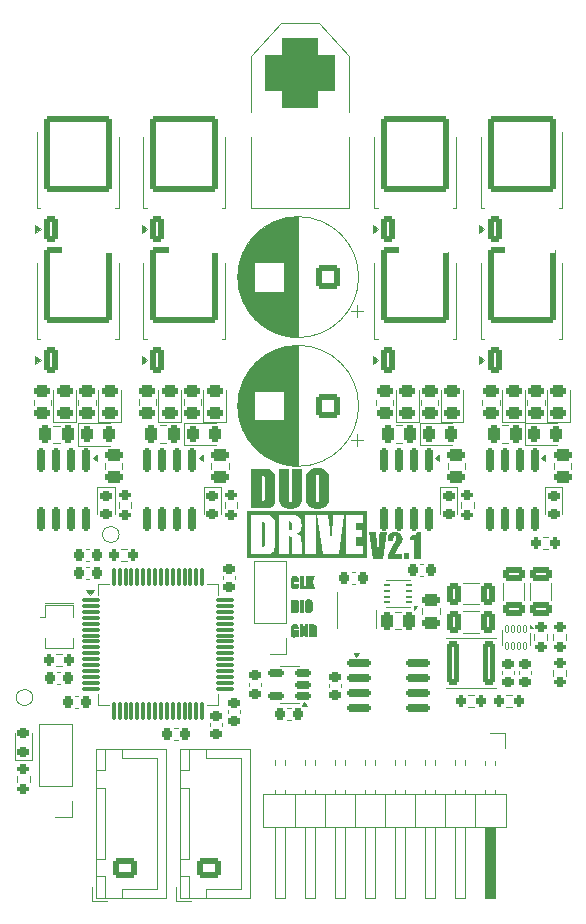
<source format=gbr>
%TF.GenerationSoftware,KiCad,Pcbnew,9.0.4*%
%TF.CreationDate,2025-10-07T20:55:13+07:00*%
%TF.ProjectId,duodrive,64756f64-7269-4766-952e-6b696361645f,rev?*%
%TF.SameCoordinates,Original*%
%TF.FileFunction,Legend,Top*%
%TF.FilePolarity,Positive*%
%FSLAX46Y46*%
G04 Gerber Fmt 4.6, Leading zero omitted, Abs format (unit mm)*
G04 Created by KiCad (PCBNEW 9.0.4) date 2025-10-07 20:55:13*
%MOMM*%
%LPD*%
G01*
G04 APERTURE LIST*
G04 Aperture macros list*
%AMRoundRect*
0 Rectangle with rounded corners*
0 $1 Rounding radius*
0 $2 $3 $4 $5 $6 $7 $8 $9 X,Y pos of 4 corners*
0 Add a 4 corners polygon primitive as box body*
4,1,4,$2,$3,$4,$5,$6,$7,$8,$9,$2,$3,0*
0 Add four circle primitives for the rounded corners*
1,1,$1+$1,$2,$3*
1,1,$1+$1,$4,$5*
1,1,$1+$1,$6,$7*
1,1,$1+$1,$8,$9*
0 Add four rect primitives between the rounded corners*
20,1,$1+$1,$2,$3,$4,$5,0*
20,1,$1+$1,$4,$5,$6,$7,0*
20,1,$1+$1,$6,$7,$8,$9,0*
20,1,$1+$1,$8,$9,$2,$3,0*%
G04 Aperture macros list end*
%ADD10C,0.200000*%
%ADD11C,0.100000*%
%ADD12C,0.400000*%
%ADD13C,0.120000*%
%ADD14C,2.000000*%
%ADD15RoundRect,0.218750X-0.256250X0.218750X-0.256250X-0.218750X0.256250X-0.218750X0.256250X0.218750X0*%
%ADD16RoundRect,0.225000X0.250000X-0.225000X0.250000X0.225000X-0.250000X0.225000X-0.250000X-0.225000X0*%
%ADD17RoundRect,0.225000X-0.250000X0.225000X-0.250000X-0.225000X0.250000X-0.225000X0.250000X0.225000X0*%
%ADD18RoundRect,0.250000X0.350000X-0.850000X0.350000X0.850000X-0.350000X0.850000X-0.350000X-0.850000X0*%
%ADD19RoundRect,0.249997X2.650003X-2.950003X2.650003X2.950003X-2.650003X2.950003X-2.650003X-2.950003X0*%
%ADD20RoundRect,0.150000X-0.150000X0.825000X-0.150000X-0.825000X0.150000X-0.825000X0.150000X0.825000X0*%
%ADD21RoundRect,0.250000X-0.450000X0.262500X-0.450000X-0.262500X0.450000X-0.262500X0.450000X0.262500X0*%
%ADD22C,3.200000*%
%ADD23RoundRect,0.225000X0.225000X0.250000X-0.225000X0.250000X-0.225000X-0.250000X0.225000X-0.250000X0*%
%ADD24RoundRect,0.250000X0.750000X0.750000X-0.750000X0.750000X-0.750000X-0.750000X0.750000X-0.750000X0*%
%ADD25C,2.000000*%
%ADD26RoundRect,0.225000X-0.225000X-0.250000X0.225000X-0.250000X0.225000X0.250000X-0.225000X0.250000X0*%
%ADD27RoundRect,0.250001X0.949999X0.949999X-0.949999X0.949999X-0.949999X-0.949999X0.949999X-0.949999X0*%
%ADD28C,2.400000*%
%ADD29RoundRect,0.250000X0.250000X0.475000X-0.250000X0.475000X-0.250000X-0.475000X0.250000X-0.475000X0*%
%ADD30RoundRect,0.062500X0.187500X0.062500X-0.187500X0.062500X-0.187500X-0.062500X0.187500X-0.062500X0*%
%ADD31R,0.900000X1.600000*%
%ADD32RoundRect,0.243750X0.456250X-0.243750X0.456250X0.243750X-0.456250X0.243750X-0.456250X-0.243750X0*%
%ADD33RoundRect,0.218750X0.256250X-0.218750X0.256250X0.218750X-0.256250X0.218750X-0.256250X-0.218750X0*%
%ADD34RoundRect,0.200000X0.200000X0.275000X-0.200000X0.275000X-0.200000X-0.275000X0.200000X-0.275000X0*%
%ADD35RoundRect,0.250000X0.325000X0.650000X-0.325000X0.650000X-0.325000X-0.650000X0.325000X-0.650000X0*%
%ADD36RoundRect,0.200000X0.275000X-0.200000X0.275000X0.200000X-0.275000X0.200000X-0.275000X-0.200000X0*%
%ADD37RoundRect,0.250000X-0.475000X0.250000X-0.475000X-0.250000X0.475000X-0.250000X0.475000X0.250000X0*%
%ADD38RoundRect,0.250000X0.725000X-0.600000X0.725000X0.600000X-0.725000X0.600000X-0.725000X-0.600000X0*%
%ADD39O,1.950000X1.700000*%
%ADD40R,1.900000X0.400000*%
%ADD41RoundRect,0.150000X-0.825000X-0.150000X0.825000X-0.150000X0.825000X0.150000X-0.825000X0.150000X0*%
%ADD42RoundRect,0.243750X-0.243750X-0.456250X0.243750X-0.456250X0.243750X0.456250X-0.243750X0.456250X0*%
%ADD43RoundRect,0.250000X-0.250000X-0.475000X0.250000X-0.475000X0.250000X0.475000X-0.250000X0.475000X0*%
%ADD44RoundRect,0.200000X-0.275000X0.200000X-0.275000X-0.200000X0.275000X-0.200000X0.275000X0.200000X0*%
%ADD45RoundRect,0.075000X-0.700000X-0.075000X0.700000X-0.075000X0.700000X0.075000X-0.700000X0.075000X0*%
%ADD46RoundRect,0.075000X-0.075000X-0.700000X0.075000X-0.700000X0.075000X0.700000X-0.075000X0.700000X0*%
%ADD47RoundRect,1.500000X-1.500000X1.500000X-1.500000X-1.500000X1.500000X-1.500000X1.500000X1.500000X0*%
%ADD48C,6.000000*%
%ADD49R,1.700000X1.700000*%
%ADD50C,1.700000*%
%ADD51RoundRect,0.200000X-0.200000X-0.275000X0.200000X-0.275000X0.200000X0.275000X-0.200000X0.275000X0*%
%ADD52R,2.800000X0.850000*%
%ADD53RoundRect,0.250000X-0.650000X0.325000X-0.650000X-0.325000X0.650000X-0.325000X0.650000X0.325000X0*%
%ADD54RoundRect,0.050000X-0.100000X0.285000X-0.100000X-0.285000X0.100000X-0.285000X0.100000X0.285000X0*%
%ADD55C,1.000000*%
%ADD56RoundRect,0.250000X0.300000X1.600000X-0.300000X1.600000X-0.300000X-1.600000X0.300000X-1.600000X0*%
%ADD57RoundRect,0.150000X0.512500X0.150000X-0.512500X0.150000X-0.512500X-0.150000X0.512500X-0.150000X0*%
G04 APERTURE END LIST*
D10*
G36*
X114432789Y-97789738D02*
G01*
X114141285Y-97789738D01*
X114141285Y-97596236D01*
X114138260Y-97520838D01*
X114132370Y-97493166D01*
X114119077Y-97478662D01*
X114093353Y-97473199D01*
X114072199Y-97476290D01*
X114058410Y-97484481D01*
X114049877Y-97497684D01*
X114043678Y-97529405D01*
X114040657Y-97605762D01*
X114040657Y-98119160D01*
X114043668Y-98192432D01*
X114049877Y-98223208D01*
X114064194Y-98240617D01*
X114091338Y-98246960D01*
X114117319Y-98240656D01*
X114131699Y-98222964D01*
X114138084Y-98190664D01*
X114141285Y-98107559D01*
X114141285Y-97965593D01*
X114432789Y-97965593D01*
X114432789Y-98010839D01*
X114429265Y-98127752D01*
X114420386Y-98206410D01*
X114408365Y-98256486D01*
X114386747Y-98301094D01*
X114351681Y-98343349D01*
X114300471Y-98383797D01*
X114242474Y-98413401D01*
X114174628Y-98431913D01*
X114094757Y-98438447D01*
X114011145Y-98432766D01*
X113942205Y-98416962D01*
X113885380Y-98392346D01*
X113835645Y-98356846D01*
X113799768Y-98314635D01*
X113776020Y-98264790D01*
X113762483Y-98209301D01*
X113752901Y-98129972D01*
X113749214Y-98020303D01*
X113749214Y-97697109D01*
X113751615Y-97584886D01*
X113757397Y-97517285D01*
X113766281Y-97478474D01*
X113782453Y-97440019D01*
X113806612Y-97401453D01*
X113836749Y-97367532D01*
X113874219Y-97338313D01*
X113920062Y-97313709D01*
X113969349Y-97296318D01*
X114024535Y-97285486D01*
X114086575Y-97281713D01*
X114170473Y-97287766D01*
X114239877Y-97304657D01*
X114297356Y-97331111D01*
X114348201Y-97368280D01*
X114383846Y-97409114D01*
X114406655Y-97454148D01*
X114419763Y-97504516D01*
X114429146Y-97578453D01*
X114432789Y-97682882D01*
X114432789Y-97789738D01*
G37*
G36*
X114823639Y-97305160D02*
G01*
X114823639Y-98188342D01*
X114998517Y-98188342D01*
X114998517Y-98415000D01*
X114532135Y-98415000D01*
X114532135Y-97305160D01*
X114823639Y-97305160D01*
G37*
G36*
X115754387Y-97305160D02*
G01*
X115589157Y-97806468D01*
X115770019Y-98415000D01*
X115468745Y-98415000D01*
X115354134Y-97938970D01*
X115356088Y-98415000D01*
X115064584Y-98415000D01*
X115064584Y-97305160D01*
X115356088Y-97305160D01*
X115354134Y-97736798D01*
X115480408Y-97305160D01*
X115754387Y-97305160D01*
G37*
D11*
G36*
X121880966Y-93618136D02*
G01*
X121588607Y-95830000D01*
X120715561Y-95830000D01*
X120383635Y-93618136D01*
X120990212Y-93618136D01*
X121083655Y-94497487D01*
X121140544Y-95171154D01*
X121188150Y-94544785D01*
X121234822Y-94029685D01*
X121274389Y-93618136D01*
X121880966Y-93618136D01*
G37*
G36*
X123153838Y-95454842D02*
G01*
X123153838Y-95830000D01*
X121939218Y-95830000D01*
X121939218Y-95517369D01*
X122422239Y-94714453D01*
X122580600Y-94427801D01*
X122642588Y-94284064D01*
X122673670Y-94178196D01*
X122682449Y-94101493D01*
X122673667Y-94018404D01*
X122651674Y-93967281D01*
X122613934Y-93934501D01*
X122558129Y-93922951D01*
X122502744Y-93935500D01*
X122464462Y-93972044D01*
X122443456Y-94033660D01*
X122433810Y-94166584D01*
X122433810Y-94376266D01*
X121939218Y-94376266D01*
X121939218Y-94295422D01*
X121944648Y-94119022D01*
X121958269Y-94001720D01*
X121990486Y-93897137D01*
X122052547Y-93790083D01*
X122107615Y-93726355D01*
X122172382Y-93674064D01*
X122247941Y-93632547D01*
X122329833Y-93603786D01*
X122425173Y-93585526D01*
X122536270Y-93579057D01*
X122701885Y-93590871D01*
X122836520Y-93623580D01*
X122945832Y-93674353D01*
X123034281Y-93742212D01*
X123107997Y-93829031D01*
X123160174Y-93925374D01*
X123192031Y-94033188D01*
X123203053Y-94155226D01*
X123193164Y-94279885D01*
X123162314Y-94413027D01*
X123108042Y-94556517D01*
X123031409Y-94702715D01*
X122861587Y-94980733D01*
X122548604Y-95454842D01*
X123153838Y-95454842D01*
G37*
G36*
X123736235Y-95376685D02*
G01*
X123736235Y-95830000D01*
X123319556Y-95830000D01*
X123319556Y-95376685D01*
X123736235Y-95376685D01*
G37*
G36*
X124735676Y-93618136D02*
G01*
X124735676Y-95830000D01*
X124183810Y-95830000D01*
X124183810Y-94642369D01*
X124179479Y-94409559D01*
X124171475Y-94333157D01*
X124149083Y-94288219D01*
X124103820Y-94254511D01*
X124031583Y-94236519D01*
X123857257Y-94227766D01*
X123802547Y-94227766D01*
X123802547Y-93971800D01*
X123961965Y-93927753D01*
X124100130Y-93869905D01*
X124219641Y-93799036D01*
X124322611Y-93715285D01*
X124410589Y-93618136D01*
X124735676Y-93618136D01*
G37*
D10*
G36*
X114166403Y-99311233D02*
G01*
X114256995Y-99324394D01*
X114304330Y-99340882D01*
X114341213Y-99362113D01*
X114369469Y-99387775D01*
X114401057Y-99434793D01*
X114417707Y-99485900D01*
X114424291Y-99552695D01*
X114427355Y-99697170D01*
X114427355Y-100084478D01*
X114422844Y-100221448D01*
X114413189Y-100284269D01*
X114393338Y-100330139D01*
X114363790Y-100363647D01*
X114325281Y-100387633D01*
X114276962Y-100403703D01*
X114218958Y-100411676D01*
X114122112Y-100415000D01*
X113757397Y-100415000D01*
X113757397Y-100223513D01*
X114048900Y-100223513D01*
X114087546Y-100219940D01*
X114109976Y-100211277D01*
X114121868Y-100199211D01*
X114131049Y-100164253D01*
X114135851Y-100064206D01*
X114135851Y-99632629D01*
X114134293Y-99564065D01*
X114131149Y-99536641D01*
X114123396Y-99518458D01*
X114110022Y-99506294D01*
X114089841Y-99499630D01*
X114048900Y-99496646D01*
X114048900Y-100223513D01*
X113757397Y-100223513D01*
X113757397Y-99305160D01*
X113974528Y-99305160D01*
X114166403Y-99311233D01*
G37*
G36*
X114822662Y-99305160D02*
G01*
X114822662Y-100415000D01*
X114531158Y-100415000D01*
X114531158Y-99305160D01*
X114822662Y-99305160D01*
G37*
G36*
X115318964Y-99285133D02*
G01*
X115372142Y-99295013D01*
X115420385Y-99310961D01*
X115465198Y-99333983D01*
X115503102Y-99363132D01*
X115534874Y-99398705D01*
X115560135Y-99439285D01*
X115577183Y-99481474D01*
X115586470Y-99525833D01*
X115592178Y-99607273D01*
X115594713Y-99765436D01*
X115594713Y-99954724D01*
X115592310Y-100109413D01*
X115586837Y-100191273D01*
X115577837Y-100236391D01*
X115561428Y-100278696D01*
X115537316Y-100318768D01*
X115506684Y-100353983D01*
X115469493Y-100383503D01*
X115424904Y-100407550D01*
X115376783Y-100424280D01*
X115322198Y-100434771D01*
X115260101Y-100438447D01*
X115201234Y-100435034D01*
X115148056Y-100425174D01*
X115099816Y-100409260D01*
X115054994Y-100386209D01*
X115017069Y-100357059D01*
X114985266Y-100321516D01*
X114960033Y-100280901D01*
X114942984Y-100238691D01*
X114933670Y-100194326D01*
X114928005Y-100112886D01*
X114925488Y-99954724D01*
X114925488Y-99765436D01*
X114927891Y-99610746D01*
X114929184Y-99591413D01*
X115216931Y-99591413D01*
X115216931Y-100107559D01*
X115219532Y-100194577D01*
X115224502Y-100225284D01*
X115236568Y-100241265D01*
X115259368Y-100246960D01*
X115282486Y-100240574D01*
X115295272Y-100221864D01*
X115300547Y-100187910D01*
X115303210Y-100099377D01*
X115303210Y-99591413D01*
X115300469Y-99521483D01*
X115294966Y-99493899D01*
X115282767Y-99478563D01*
X115261444Y-99473199D01*
X115242315Y-99477445D01*
X115228410Y-99489930D01*
X115220932Y-99515050D01*
X115216931Y-99591413D01*
X114929184Y-99591413D01*
X114933365Y-99528886D01*
X114942364Y-99483769D01*
X114958773Y-99441464D01*
X114982885Y-99401392D01*
X115013519Y-99366181D01*
X115050710Y-99336682D01*
X115095298Y-99312670D01*
X115143421Y-99295907D01*
X115198006Y-99285395D01*
X115260101Y-99281713D01*
X115318964Y-99285133D01*
G37*
G36*
X114421188Y-101815488D02*
G01*
X114129684Y-101815488D01*
X114129684Y-101713517D01*
X114126992Y-101627848D01*
X114121746Y-101596219D01*
X114108965Y-101579270D01*
X114084499Y-101573199D01*
X114062715Y-101578350D01*
X114049816Y-101592922D01*
X114043779Y-101620509D01*
X114040657Y-101696847D01*
X114040657Y-102227404D01*
X114043646Y-102295063D01*
X114049877Y-102324185D01*
X114063399Y-102341092D01*
X114086514Y-102346960D01*
X114112082Y-102340368D01*
X114127608Y-102321132D01*
X114135059Y-102288875D01*
X114138538Y-102218367D01*
X114138538Y-102089040D01*
X114080469Y-102089040D01*
X114080469Y-101917093D01*
X114421188Y-101917093D01*
X114421188Y-102515000D01*
X114236784Y-102515000D01*
X114211078Y-102438551D01*
X114178917Y-102481218D01*
X114138415Y-102512435D01*
X114090279Y-102531677D01*
X114031926Y-102538447D01*
X113984234Y-102534493D01*
X113938914Y-102522742D01*
X113895333Y-102503032D01*
X113855267Y-102476698D01*
X113823381Y-102447465D01*
X113798674Y-102415226D01*
X113771671Y-102361203D01*
X113757397Y-102305561D01*
X113751616Y-102241059D01*
X113749214Y-102133981D01*
X113749214Y-101805291D01*
X113754363Y-101657344D01*
X113766372Y-101574359D01*
X113783741Y-101529777D01*
X113815559Y-101485906D01*
X113865047Y-101441919D01*
X113906920Y-101416485D01*
X113955196Y-101397713D01*
X114010988Y-101385884D01*
X114075645Y-101381713D01*
X114158862Y-101388055D01*
X114228279Y-101405845D01*
X114286366Y-101433920D01*
X114337899Y-101472824D01*
X114373460Y-101513977D01*
X114395725Y-101557873D01*
X114408699Y-101606655D01*
X114417744Y-101674344D01*
X114421188Y-101765785D01*
X114421188Y-101815488D01*
G37*
G36*
X115175226Y-101405160D02*
G01*
X115175226Y-102515000D01*
X114919748Y-102515000D01*
X114771615Y-102010272D01*
X114773569Y-102515000D01*
X114529204Y-102515000D01*
X114529204Y-101405160D01*
X114773019Y-101405160D01*
X114932815Y-101905064D01*
X114930861Y-101405160D01*
X115175226Y-101405160D01*
G37*
G36*
X115696340Y-101411233D02*
G01*
X115786933Y-101424394D01*
X115834267Y-101440882D01*
X115871150Y-101462113D01*
X115899406Y-101487775D01*
X115930994Y-101534793D01*
X115947644Y-101585900D01*
X115954228Y-101652695D01*
X115957292Y-101797170D01*
X115957292Y-102184478D01*
X115952781Y-102321448D01*
X115943126Y-102384269D01*
X115923275Y-102430139D01*
X115893728Y-102463647D01*
X115855218Y-102487633D01*
X115806899Y-102503703D01*
X115748895Y-102511676D01*
X115652049Y-102515000D01*
X115287334Y-102515000D01*
X115287334Y-102323513D01*
X115578838Y-102323513D01*
X115617483Y-102319940D01*
X115639913Y-102311277D01*
X115651805Y-102299211D01*
X115660986Y-102264253D01*
X115665788Y-102164206D01*
X115665788Y-101732629D01*
X115664230Y-101664065D01*
X115661086Y-101636641D01*
X115653333Y-101618458D01*
X115639959Y-101606294D01*
X115619778Y-101599630D01*
X115578838Y-101596646D01*
X115578838Y-102323513D01*
X115287334Y-102323513D01*
X115287334Y-101405160D01*
X115504466Y-101405160D01*
X115696340Y-101411233D01*
G37*
D12*
G36*
X111643663Y-88233699D02*
G01*
X111915440Y-88273183D01*
X112057444Y-88322648D01*
X112168093Y-88386339D01*
X112252861Y-88463326D01*
X112347624Y-88604379D01*
X112397575Y-88757700D01*
X112417326Y-88958086D01*
X112426518Y-89391510D01*
X112426518Y-90553435D01*
X112412986Y-90964345D01*
X112384020Y-91152807D01*
X112324468Y-91290418D01*
X112235825Y-91390943D01*
X112120296Y-91462901D01*
X111975340Y-91511111D01*
X111801328Y-91535029D01*
X111510791Y-91545000D01*
X110416644Y-91545000D01*
X110416644Y-90970540D01*
X111291155Y-90970540D01*
X111407092Y-90959822D01*
X111474381Y-90933832D01*
X111510058Y-90897634D01*
X111537600Y-90792761D01*
X111552007Y-90492618D01*
X111552007Y-89197887D01*
X111547332Y-88992197D01*
X111537902Y-88909924D01*
X111514642Y-88855376D01*
X111474521Y-88818883D01*
X111413976Y-88798892D01*
X111291155Y-88789940D01*
X111291155Y-90970540D01*
X110416644Y-90970540D01*
X110416644Y-88215481D01*
X111068039Y-88215481D01*
X111643663Y-88233699D01*
G37*
G36*
X114710799Y-88215481D02*
G01*
X114710799Y-90439129D01*
X114703213Y-90788816D01*
X114686070Y-90970540D01*
X114639495Y-91120822D01*
X114539341Y-91286163D01*
X114450307Y-91384802D01*
X114344049Y-91466448D01*
X114218406Y-91531810D01*
X114083289Y-91576864D01*
X113928226Y-91605319D01*
X113750009Y-91615341D01*
X113553008Y-91603644D01*
X113378295Y-91570116D01*
X113222811Y-91516423D01*
X113077504Y-91440287D01*
X112965078Y-91354250D01*
X112880443Y-91258503D01*
X112789285Y-91093042D01*
X112746171Y-90923096D01*
X112732292Y-90699385D01*
X112725655Y-90184872D01*
X112725655Y-88215481D01*
X113600166Y-88215481D01*
X113600166Y-90708590D01*
X113607664Y-90905367D01*
X113622697Y-90982814D01*
X113656136Y-91026014D01*
X113713189Y-91040882D01*
X113778084Y-91024229D01*
X113813573Y-90976769D01*
X113828677Y-90890337D01*
X113836288Y-90665725D01*
X113836288Y-88215481D01*
X114710799Y-88215481D01*
G37*
G36*
X116188716Y-88155399D02*
G01*
X116348251Y-88185039D01*
X116492978Y-88232883D01*
X116627418Y-88301949D01*
X116741128Y-88389396D01*
X116836445Y-88496116D01*
X116912229Y-88617857D01*
X116963371Y-88744422D01*
X116991234Y-88877501D01*
X117008357Y-89121821D01*
X117015963Y-89596308D01*
X117015963Y-90164173D01*
X117008754Y-90628240D01*
X116992333Y-90873820D01*
X116965335Y-91009173D01*
X116916107Y-91136088D01*
X116843772Y-91256304D01*
X116751875Y-91361951D01*
X116640303Y-91450509D01*
X116506534Y-91522651D01*
X116362173Y-91572840D01*
X116198417Y-91604315D01*
X116012125Y-91615341D01*
X115835527Y-91605102D01*
X115675991Y-91575522D01*
X115531272Y-91527780D01*
X115396805Y-91458628D01*
X115283030Y-91371178D01*
X115187622Y-91264548D01*
X115111921Y-91142705D01*
X115060776Y-91016075D01*
X115032834Y-90882979D01*
X115015837Y-90638660D01*
X115008287Y-90164173D01*
X115008287Y-89596308D01*
X115015496Y-89132240D01*
X115019375Y-89074239D01*
X115882615Y-89074239D01*
X115882615Y-90622677D01*
X115890420Y-90883733D01*
X115905330Y-90975853D01*
X115941528Y-91023795D01*
X116009927Y-91040882D01*
X116079282Y-91021724D01*
X116117638Y-90965594D01*
X116133464Y-90863730D01*
X116141452Y-90598131D01*
X116141452Y-89074239D01*
X116133229Y-88864449D01*
X116116722Y-88781697D01*
X116080124Y-88735691D01*
X116016155Y-88719598D01*
X115958767Y-88732336D01*
X115917054Y-88769790D01*
X115894619Y-88845150D01*
X115882615Y-89074239D01*
X115019375Y-89074239D01*
X115031918Y-88886660D01*
X115058916Y-88751307D01*
X115108143Y-88624392D01*
X115180478Y-88504176D01*
X115272382Y-88398544D01*
X115383953Y-88310048D01*
X115517717Y-88238012D01*
X115662087Y-88187722D01*
X115825842Y-88156186D01*
X116012125Y-88145139D01*
X116188716Y-88155399D01*
G37*
D11*
G36*
X111399272Y-92699220D02*
G01*
X111462186Y-92719799D01*
X111503803Y-92757573D01*
X111527765Y-92813588D01*
X111537459Y-92897264D01*
X111542237Y-93103749D01*
X111542237Y-94398480D01*
X111527513Y-94700246D01*
X111499189Y-94807159D01*
X111462316Y-94844304D01*
X111391927Y-94871146D01*
X111269662Y-94882264D01*
X111269662Y-92689940D01*
X111399272Y-92699220D01*
G37*
G36*
X113726700Y-92704678D02*
G01*
X113796842Y-92739216D01*
X113836127Y-92805345D01*
X113853262Y-92946395D01*
X113853262Y-93129028D01*
X113843690Y-93277291D01*
X113821903Y-93354313D01*
X113794827Y-93388597D01*
X113724275Y-93416527D01*
X113590946Y-93428531D01*
X113590946Y-92689940D01*
X113726700Y-92704678D01*
G37*
G36*
X120222996Y-95778333D02*
G01*
X110073541Y-95778333D01*
X110073541Y-94882264D01*
X110406874Y-94882264D01*
X110406874Y-95445000D01*
X111495159Y-95445000D01*
X111785100Y-95435074D01*
X111958243Y-95411294D01*
X112102122Y-95363466D01*
X112216347Y-95292409D01*
X112303914Y-95193067D01*
X112362893Y-95056653D01*
X112391591Y-94869417D01*
X112405024Y-94459296D01*
X112405024Y-93428531D01*
X112728158Y-93428531D01*
X112728158Y-95445000D01*
X113590946Y-95445000D01*
X113590946Y-93944371D01*
X113708937Y-93954007D01*
X113776292Y-93977041D01*
X113811131Y-94008119D01*
X113839070Y-94097451D01*
X113853262Y-94339129D01*
X113853262Y-95445000D01*
X114654501Y-95445000D01*
X114987893Y-95445000D01*
X115850680Y-95445000D01*
X115850680Y-92127205D01*
X115998692Y-92127205D01*
X116496581Y-95445000D01*
X117806150Y-95445000D01*
X118393615Y-95445000D01*
X119889663Y-95445000D01*
X119889663Y-94776751D01*
X119256403Y-94776751D01*
X119256403Y-94049884D01*
X119795325Y-94049884D01*
X119795325Y-93416807D01*
X119256403Y-93416807D01*
X119256403Y-92795453D01*
X119832144Y-92795453D01*
X119832144Y-92127205D01*
X118393615Y-92127205D01*
X118393615Y-95445000D01*
X117806150Y-95445000D01*
X118244688Y-92127205D01*
X117334822Y-92127205D01*
X117275471Y-92744528D01*
X117205464Y-93517178D01*
X117134054Y-94456732D01*
X117048721Y-93446230D01*
X116908557Y-92127205D01*
X115998692Y-92127205D01*
X115850680Y-92127205D01*
X114987893Y-92127205D01*
X114987893Y-95445000D01*
X114654501Y-95445000D01*
X114654501Y-94567740D01*
X114647042Y-94202790D01*
X114632886Y-94075713D01*
X114597692Y-93987253D01*
X114523343Y-93879525D01*
X114456388Y-93820022D01*
X114346846Y-93762540D01*
X114179143Y-93708982D01*
X114362253Y-93674950D01*
X114482746Y-93620280D01*
X114558147Y-93549614D01*
X114605079Y-93453806D01*
X114640195Y-93290556D01*
X114654501Y-93030476D01*
X114635930Y-92749537D01*
X114587730Y-92550997D01*
X114518214Y-92414434D01*
X114416686Y-92300274D01*
X114300208Y-92221409D01*
X114165771Y-92174282D01*
X113900629Y-92142068D01*
X113338887Y-92127205D01*
X112728158Y-92127205D01*
X112728158Y-93428531D01*
X112405024Y-93428531D01*
X112405024Y-93297372D01*
X112395880Y-92864553D01*
X112376265Y-92665211D01*
X112326686Y-92512816D01*
X112232833Y-92373035D01*
X112148853Y-92296822D01*
X112039007Y-92233676D01*
X111897793Y-92184541D01*
X111627239Y-92145323D01*
X111052408Y-92127205D01*
X110406874Y-92127205D01*
X110406874Y-94882264D01*
X110073541Y-94882264D01*
X110073541Y-91793872D01*
X120222996Y-91793872D01*
X120222996Y-95778333D01*
G37*
D13*
%TO.C,D2*%
X106365000Y-89815000D02*
X106365000Y-92100000D01*
X107835000Y-89815000D02*
X106365000Y-89815000D01*
X107835000Y-92100000D02*
X107835000Y-89815000D01*
%TO.C,C6*%
X131590000Y-105640581D02*
X131590000Y-105359419D01*
X132610000Y-105640581D02*
X132610000Y-105359419D01*
%TO.C,C12*%
X108390000Y-108659420D02*
X108390000Y-108940580D01*
X109410000Y-108659420D02*
X109410000Y-108940580D01*
%TO.C,Q2*%
X92270000Y-70850000D02*
X92270000Y-77270000D01*
X92270000Y-77270000D02*
X92540000Y-77270000D01*
X99170000Y-70850000D02*
X99170000Y-77270000D01*
X99170000Y-77270000D02*
X98900000Y-77270000D01*
X92580000Y-79000000D02*
X92110000Y-79340000D01*
X92110000Y-78660000D01*
X92580000Y-79000000D01*
G36*
X92580000Y-79000000D02*
G01*
X92110000Y-79340000D01*
X92110000Y-78660000D01*
X92580000Y-79000000D01*
G37*
%TO.C,U7*%
X135295000Y-87540000D02*
X134965000Y-87300000D01*
X135295000Y-87060000D01*
X135295000Y-87540000D01*
G36*
X135295000Y-87540000D02*
G01*
X134965000Y-87300000D01*
X135295000Y-87060000D01*
X135295000Y-87540000D01*
G37*
%TO.C,R18*%
X124765000Y-82372936D02*
X124765000Y-82827064D01*
X126235000Y-82372936D02*
X126235000Y-82827064D01*
%TO.C,C10*%
X113740581Y-108490000D02*
X113459419Y-108490000D01*
X113740581Y-109510000D02*
X113459419Y-109510000D01*
%TO.C,C1*%
X109287676Y-72599000D02*
X109287676Y-71401000D01*
X109327676Y-72862000D02*
X109327676Y-71138000D01*
X109367676Y-73062000D02*
X109367676Y-70938000D01*
X109407676Y-73230000D02*
X109407676Y-70770000D01*
X109447676Y-73377000D02*
X109447676Y-70623000D01*
X109487676Y-73509000D02*
X109487676Y-70491000D01*
X109527676Y-73630000D02*
X109527676Y-70370000D01*
X109567676Y-73742000D02*
X109567676Y-70258000D01*
X109607676Y-73846000D02*
X109607676Y-70154000D01*
X109647676Y-73944000D02*
X109647676Y-70056000D01*
X109687676Y-74037000D02*
X109687676Y-69963000D01*
X109727676Y-74124000D02*
X109727676Y-69876000D01*
X109767676Y-74208000D02*
X109767676Y-69792000D01*
X109807676Y-74288000D02*
X109807676Y-69712000D01*
X109847676Y-74365000D02*
X109847676Y-69635000D01*
X109887676Y-74439000D02*
X109887676Y-69561000D01*
X109927676Y-74510000D02*
X109927676Y-69490000D01*
X109967676Y-74578000D02*
X109967676Y-69422000D01*
X110007676Y-74644000D02*
X110007676Y-69356000D01*
X110047676Y-74708000D02*
X110047676Y-69292000D01*
X110087676Y-74770000D02*
X110087676Y-69230000D01*
X110127676Y-74830000D02*
X110127676Y-69170000D01*
X110167676Y-74888000D02*
X110167676Y-69112000D01*
X110207676Y-74945000D02*
X110207676Y-69055000D01*
X110247676Y-75000000D02*
X110247676Y-69000000D01*
X110287676Y-75053000D02*
X110287676Y-68947000D01*
X110327676Y-75105000D02*
X110327676Y-68895000D01*
X110367676Y-75156000D02*
X110367676Y-68844000D01*
X110407676Y-75205000D02*
X110407676Y-68795000D01*
X110447676Y-75254000D02*
X110447676Y-68746000D01*
X110487676Y-75301000D02*
X110487676Y-68699000D01*
X110527676Y-75347000D02*
X110527676Y-68653000D01*
X110567676Y-75391000D02*
X110567676Y-68609000D01*
X110607676Y-75435000D02*
X110607676Y-68565000D01*
X110647676Y-70760000D02*
X110647676Y-68522000D01*
X110647676Y-75478000D02*
X110647676Y-73240000D01*
X110687676Y-70760000D02*
X110687676Y-68480000D01*
X110687676Y-75520000D02*
X110687676Y-73240000D01*
X110727676Y-70760000D02*
X110727676Y-68439000D01*
X110727676Y-75561000D02*
X110727676Y-73240000D01*
X110767676Y-70760000D02*
X110767676Y-68399000D01*
X110767676Y-75601000D02*
X110767676Y-73240000D01*
X110807676Y-70760000D02*
X110807676Y-68360000D01*
X110807676Y-75640000D02*
X110807676Y-73240000D01*
X110847676Y-70760000D02*
X110847676Y-68322000D01*
X110847676Y-75678000D02*
X110847676Y-73240000D01*
X110887676Y-70760000D02*
X110887676Y-68284000D01*
X110887676Y-75716000D02*
X110887676Y-73240000D01*
X110927676Y-70760000D02*
X110927676Y-68248000D01*
X110927676Y-75752000D02*
X110927676Y-73240000D01*
X110967676Y-70760000D02*
X110967676Y-68212000D01*
X110967676Y-75788000D02*
X110967676Y-73240000D01*
X111007676Y-70760000D02*
X111007676Y-68177000D01*
X111007676Y-75823000D02*
X111007676Y-73240000D01*
X111047676Y-70760000D02*
X111047676Y-68142000D01*
X111047676Y-75858000D02*
X111047676Y-73240000D01*
X111087676Y-70760000D02*
X111087676Y-68109000D01*
X111087676Y-75891000D02*
X111087676Y-73240000D01*
X111127676Y-70760000D02*
X111127676Y-68076000D01*
X111127676Y-75924000D02*
X111127676Y-73240000D01*
X111167676Y-70760000D02*
X111167676Y-68043000D01*
X111167676Y-75957000D02*
X111167676Y-73240000D01*
X111207676Y-70760000D02*
X111207676Y-68012000D01*
X111207676Y-75988000D02*
X111207676Y-73240000D01*
X111247676Y-70760000D02*
X111247676Y-67980000D01*
X111247676Y-76020000D02*
X111247676Y-73240000D01*
X111287676Y-70760000D02*
X111287676Y-67950000D01*
X111287676Y-76050000D02*
X111287676Y-73240000D01*
X111327676Y-70760000D02*
X111327676Y-67920000D01*
X111327676Y-76080000D02*
X111327676Y-73240000D01*
X111367676Y-70760000D02*
X111367676Y-67891000D01*
X111367676Y-76109000D02*
X111367676Y-73240000D01*
X111407676Y-70760000D02*
X111407676Y-67862000D01*
X111407676Y-76138000D02*
X111407676Y-73240000D01*
X111447676Y-70760000D02*
X111447676Y-67834000D01*
X111447676Y-76166000D02*
X111447676Y-73240000D01*
X111487676Y-70760000D02*
X111487676Y-67807000D01*
X111487676Y-76193000D02*
X111487676Y-73240000D01*
X111527676Y-70760000D02*
X111527676Y-67780000D01*
X111527676Y-76220000D02*
X111527676Y-73240000D01*
X111567676Y-70760000D02*
X111567676Y-67753000D01*
X111567676Y-76247000D02*
X111567676Y-73240000D01*
X111607676Y-70760000D02*
X111607676Y-67728000D01*
X111607676Y-76272000D02*
X111607676Y-73240000D01*
X111647676Y-70760000D02*
X111647676Y-67702000D01*
X111647676Y-76298000D02*
X111647676Y-73240000D01*
X111687676Y-70760000D02*
X111687676Y-67677000D01*
X111687676Y-76323000D02*
X111687676Y-73240000D01*
X111727676Y-70760000D02*
X111727676Y-67653000D01*
X111727676Y-76347000D02*
X111727676Y-73240000D01*
X111767676Y-70760000D02*
X111767676Y-67629000D01*
X111767676Y-76371000D02*
X111767676Y-73240000D01*
X111807676Y-70760000D02*
X111807676Y-67606000D01*
X111807676Y-76394000D02*
X111807676Y-73240000D01*
X111847676Y-70760000D02*
X111847676Y-67583000D01*
X111847676Y-76417000D02*
X111847676Y-73240000D01*
X111887676Y-70760000D02*
X111887676Y-67561000D01*
X111887676Y-76439000D02*
X111887676Y-73240000D01*
X111927676Y-70760000D02*
X111927676Y-67539000D01*
X111927676Y-76461000D02*
X111927676Y-73240000D01*
X111967676Y-70760000D02*
X111967676Y-67517000D01*
X111967676Y-76483000D02*
X111967676Y-73240000D01*
X112007676Y-70760000D02*
X112007676Y-67496000D01*
X112007676Y-76504000D02*
X112007676Y-73240000D01*
X112047676Y-70760000D02*
X112047676Y-67476000D01*
X112047676Y-76524000D02*
X112047676Y-73240000D01*
X112087676Y-70760000D02*
X112087676Y-67456000D01*
X112087676Y-76544000D02*
X112087676Y-73240000D01*
X112127676Y-70760000D02*
X112127676Y-67436000D01*
X112127676Y-76564000D02*
X112127676Y-73240000D01*
X112167676Y-70760000D02*
X112167676Y-67417000D01*
X112167676Y-76583000D02*
X112167676Y-73240000D01*
X112207676Y-70760000D02*
X112207676Y-67398000D01*
X112207676Y-76602000D02*
X112207676Y-73240000D01*
X112247676Y-70760000D02*
X112247676Y-67380000D01*
X112247676Y-76620000D02*
X112247676Y-73240000D01*
X112287676Y-70760000D02*
X112287676Y-67362000D01*
X112287676Y-76638000D02*
X112287676Y-73240000D01*
X112327676Y-70760000D02*
X112327676Y-67344000D01*
X112327676Y-76656000D02*
X112327676Y-73240000D01*
X112367676Y-70760000D02*
X112367676Y-67327000D01*
X112367676Y-76673000D02*
X112367676Y-73240000D01*
X112407676Y-70760000D02*
X112407676Y-67310000D01*
X112407676Y-76690000D02*
X112407676Y-73240000D01*
X112447676Y-70760000D02*
X112447676Y-67294000D01*
X112447676Y-76706000D02*
X112447676Y-73240000D01*
X112487676Y-70760000D02*
X112487676Y-67278000D01*
X112487676Y-76722000D02*
X112487676Y-73240000D01*
X112527676Y-70760000D02*
X112527676Y-67262000D01*
X112527676Y-76738000D02*
X112527676Y-73240000D01*
X112567676Y-70760000D02*
X112567676Y-67247000D01*
X112567676Y-76753000D02*
X112567676Y-73240000D01*
X112607676Y-70760000D02*
X112607676Y-67232000D01*
X112607676Y-76768000D02*
X112607676Y-73240000D01*
X112647676Y-70760000D02*
X112647676Y-67218000D01*
X112647676Y-76782000D02*
X112647676Y-73240000D01*
X112687676Y-70760000D02*
X112687676Y-67203000D01*
X112687676Y-76797000D02*
X112687676Y-73240000D01*
X112727676Y-70760000D02*
X112727676Y-67190000D01*
X112727676Y-76810000D02*
X112727676Y-73240000D01*
X112767676Y-70760000D02*
X112767676Y-67176000D01*
X112767676Y-76824000D02*
X112767676Y-73240000D01*
X112807676Y-70760000D02*
X112807676Y-67163000D01*
X112807676Y-76837000D02*
X112807676Y-73240000D01*
X112847676Y-70760000D02*
X112847676Y-67151000D01*
X112847676Y-76849000D02*
X112847676Y-73240000D01*
X112887676Y-70760000D02*
X112887676Y-67139000D01*
X112887676Y-76861000D02*
X112887676Y-73240000D01*
X112927676Y-70760000D02*
X112927676Y-67127000D01*
X112927676Y-76873000D02*
X112927676Y-73240000D01*
X112967676Y-70760000D02*
X112967676Y-67115000D01*
X112967676Y-76885000D02*
X112967676Y-73240000D01*
X113007676Y-70760000D02*
X113007676Y-67104000D01*
X113007676Y-76896000D02*
X113007676Y-73240000D01*
X113047676Y-70760000D02*
X113047676Y-67093000D01*
X113047676Y-76907000D02*
X113047676Y-73240000D01*
X113087676Y-70760000D02*
X113087676Y-67083000D01*
X113087676Y-76917000D02*
X113087676Y-73240000D01*
X113127676Y-76928000D02*
X113127676Y-67072000D01*
X113167676Y-76937000D02*
X113167676Y-67063000D01*
X113207676Y-76947000D02*
X113207676Y-67053000D01*
X113247676Y-76956000D02*
X113247676Y-67044000D01*
X113287676Y-76965000D02*
X113287676Y-67035000D01*
X113327676Y-76973000D02*
X113327676Y-67027000D01*
X113367676Y-76981000D02*
X113367676Y-67019000D01*
X113407676Y-76989000D02*
X113407676Y-67011000D01*
X113447676Y-76997000D02*
X113447676Y-67003000D01*
X113487676Y-77004000D02*
X113487676Y-66996000D01*
X113527676Y-77011000D02*
X113527676Y-66989000D01*
X113567676Y-77017000D02*
X113567676Y-66983000D01*
X113607676Y-77023000D02*
X113607676Y-66977000D01*
X113647676Y-77029000D02*
X113647676Y-66971000D01*
X113687676Y-77035000D02*
X113687676Y-66965000D01*
X113727676Y-77040000D02*
X113727676Y-66960000D01*
X113767676Y-77045000D02*
X113767676Y-66955000D01*
X113807676Y-77049000D02*
X113807676Y-66951000D01*
X113847676Y-77054000D02*
X113847676Y-66946000D01*
X113887676Y-77057000D02*
X113887676Y-66943000D01*
X113927676Y-77061000D02*
X113927676Y-66939000D01*
X113967676Y-77064000D02*
X113967676Y-66936000D01*
X114007676Y-77067000D02*
X114007676Y-66933000D01*
X114047676Y-77070000D02*
X114047676Y-66930000D01*
X114087676Y-77072000D02*
X114087676Y-66928000D01*
X114127676Y-77074000D02*
X114127676Y-66926000D01*
X114167676Y-77076000D02*
X114167676Y-66924000D01*
X114207676Y-77077000D02*
X114207676Y-66923000D01*
X114247676Y-77079000D02*
X114247676Y-66921000D01*
X114287676Y-77079000D02*
X114287676Y-66921000D01*
X114327676Y-77080000D02*
X114327676Y-66920000D01*
X114367676Y-77080000D02*
X114367676Y-66920000D01*
X119347322Y-75375000D02*
X119347322Y-74375000D01*
X119847322Y-74875000D02*
X118847322Y-74875000D01*
X119487676Y-72000000D02*
G75*
G02*
X109247676Y-72000000I-5120000J0D01*
G01*
X109247676Y-72000000D02*
G75*
G02*
X119487676Y-72000000I5120000J0D01*
G01*
%TO.C,U5*%
X106295000Y-87540000D02*
X105965000Y-87300000D01*
X106295000Y-87060000D01*
X106295000Y-87540000D01*
G36*
X106295000Y-87540000D02*
G01*
X105965000Y-87300000D01*
X106295000Y-87060000D01*
X106295000Y-87540000D01*
G37*
%TO.C,C21*%
X95765581Y-107490000D02*
X95484419Y-107490000D01*
X95765581Y-108510000D02*
X95484419Y-108510000D01*
%TO.C,R19*%
X129965000Y-82372936D02*
X129965000Y-82827064D01*
X131435000Y-82372936D02*
X131435000Y-82827064D01*
%TO.C,C13*%
X116990000Y-106740581D02*
X116990000Y-106459419D01*
X118010000Y-106740581D02*
X118010000Y-106459419D01*
%TO.C,U2*%
X97295000Y-87540000D02*
X96965000Y-87300000D01*
X97295000Y-87060000D01*
X97295000Y-87540000D01*
G36*
X97295000Y-87540000D02*
G01*
X96965000Y-87300000D01*
X97295000Y-87060000D01*
X97295000Y-87540000D01*
G37*
%TO.C,U6*%
X126295000Y-87540000D02*
X125965000Y-87300000D01*
X126295000Y-87060000D01*
X126295000Y-87540000D01*
G36*
X126295000Y-87540000D02*
G01*
X125965000Y-87300000D01*
X126295000Y-87060000D01*
X126295000Y-87540000D01*
G37*
%TO.C,C5*%
X93959420Y-105440000D02*
X94240580Y-105440000D01*
X93959420Y-106460000D02*
X94240580Y-106460000D01*
%TO.C,C7*%
X94161252Y-84577500D02*
X93638748Y-84577500D01*
X94161252Y-86047500D02*
X93638748Y-86047500D01*
%TO.C,C4*%
X96690580Y-96540000D02*
X96409420Y-96540000D01*
X96690580Y-97560000D02*
X96409420Y-97560000D01*
%TO.C,U3*%
X123800000Y-97660001D02*
X121800000Y-97660001D01*
X123810000Y-99940001D02*
X121810000Y-99940001D01*
X124170000Y-100150001D02*
X124170000Y-99870001D01*
X124450000Y-99870001D01*
X124170000Y-100150001D01*
G36*
X124170000Y-100150001D02*
G01*
X124170000Y-99870001D01*
X124450000Y-99870001D01*
X124170000Y-100150001D01*
G37*
%TO.C,D14*%
X126440000Y-81600000D02*
X126440000Y-84285000D01*
X126440000Y-84285000D02*
X128360000Y-84285000D01*
X128360000Y-84285000D02*
X128360000Y-81600000D01*
%TO.C,D20*%
X90365000Y-110600000D02*
X90365000Y-112885000D01*
X90365000Y-112885000D02*
X91835000Y-112885000D01*
X91835000Y-112885000D02*
X91835000Y-110600000D01*
%TO.C,R6*%
X132437258Y-107377500D02*
X131962742Y-107377500D01*
X132437258Y-108422500D02*
X131962742Y-108422500D01*
%TO.C,C28*%
X129711252Y-97890000D02*
X128288748Y-97890000D01*
X129711252Y-99710000D02*
X128288748Y-99710000D01*
%TO.C,R10*%
X128177500Y-91537258D02*
X128177500Y-91062742D01*
X129222500Y-91537258D02*
X129222500Y-91062742D01*
%TO.C,C16*%
X107015000Y-87738748D02*
X107015000Y-88261252D01*
X108485000Y-87738748D02*
X108485000Y-88261252D01*
%TO.C,J8*%
X104050000Y-123600000D02*
X104050000Y-124850000D01*
X104050000Y-124850000D02*
X105300000Y-124850000D01*
X104340000Y-111940000D02*
X104340000Y-124560000D01*
X104340000Y-124560000D02*
X110310000Y-124560000D01*
X104349999Y-113750000D02*
X105100000Y-113750001D01*
X104349999Y-121250000D02*
X105100000Y-121249999D01*
X104349999Y-122750000D02*
X104350000Y-124550000D01*
X104350000Y-111950000D02*
X104349999Y-113750000D01*
X104350000Y-115250000D02*
X104349999Y-121250000D01*
X104350000Y-124550000D02*
X105100000Y-124550000D01*
X105100000Y-111950000D02*
X104350000Y-111950000D01*
X105100000Y-113750001D02*
X105100000Y-111950000D01*
X105100000Y-115250000D02*
X104350000Y-115250000D01*
X105100000Y-121249999D02*
X105100000Y-115250000D01*
X105100000Y-122750001D02*
X104349999Y-122750000D01*
X105100000Y-124550000D02*
X105100000Y-122750001D01*
X106600000Y-111950000D02*
X106600001Y-112700000D01*
X106600000Y-123800000D02*
X109550000Y-123800000D01*
X106600000Y-124550000D02*
X106600000Y-123800000D01*
X106600001Y-112700000D02*
X109550000Y-112700000D01*
X109550000Y-112700000D02*
X109550000Y-118250000D01*
X109550000Y-123800000D02*
X109550000Y-118250000D01*
X110310000Y-111940000D02*
X104340000Y-111940000D01*
X110310000Y-124560000D02*
X110310000Y-111940000D01*
%TO.C,Q7*%
X129830000Y-59750000D02*
X129830000Y-66170000D01*
X129830000Y-66170000D02*
X130100000Y-66170000D01*
X136730000Y-59750000D02*
X136730000Y-66170000D01*
X136730000Y-66170000D02*
X136460000Y-66170000D01*
X130140000Y-67900000D02*
X129670000Y-68240000D01*
X129670000Y-67560000D01*
X130140000Y-67900000D01*
G36*
X130140000Y-67900000D02*
G01*
X129670000Y-68240000D01*
X129670000Y-67560000D01*
X130140000Y-67900000D01*
G37*
%TO.C,Y1*%
X92900000Y-100800000D02*
X92500000Y-100800000D01*
X92900000Y-100800000D02*
X92900000Y-99800000D01*
X92900000Y-103400000D02*
X92900000Y-102600000D01*
X93300000Y-99600000D02*
X92900000Y-99600000D01*
X93300000Y-99800000D02*
X92900000Y-99800000D01*
X93300000Y-99800000D02*
X95300000Y-99800000D01*
X93300000Y-103400000D02*
X92900000Y-103400000D01*
X95300000Y-99600000D02*
X93300000Y-99600000D01*
X95300000Y-99800000D02*
X95300000Y-100800000D01*
X95300000Y-102600000D02*
X95300000Y-103400000D01*
X95300000Y-103400000D02*
X93300000Y-103400000D01*
%TO.C,U9*%
X119300000Y-104135000D02*
X119060001Y-103805000D01*
X119540000Y-103805000D01*
X119300000Y-104135000D01*
G36*
X119300000Y-104135000D02*
G01*
X119060001Y-103805000D01*
X119540000Y-103805000D01*
X119300000Y-104135000D01*
G37*
%TO.C,D8*%
X95715000Y-84352500D02*
X95715000Y-86272500D01*
X95715000Y-86272500D02*
X98400000Y-86272500D01*
X98400000Y-84352500D02*
X95715000Y-84352500D01*
%TO.C,Q4*%
X101270000Y-70850000D02*
X101270000Y-77270000D01*
X101270000Y-77270000D02*
X101540000Y-77270000D01*
X108170000Y-70850000D02*
X108170000Y-77270000D01*
X108170000Y-77270000D02*
X107900000Y-77270000D01*
X101580000Y-79000000D02*
X101110000Y-79340000D01*
X101110000Y-78660000D01*
X101580000Y-79000000D01*
G36*
X101580000Y-79000000D02*
G01*
X101110000Y-79340000D01*
X101110000Y-78660000D01*
X101580000Y-79000000D01*
G37*
%TO.C,C14*%
X132161252Y-84565000D02*
X131638748Y-84565000D01*
X132161252Y-86035000D02*
X131638748Y-86035000D01*
%TO.C,D10*%
X102540000Y-81587500D02*
X102540000Y-84272500D01*
X102540000Y-84272500D02*
X104460000Y-84272500D01*
X104460000Y-84272500D02*
X104460000Y-81587500D01*
%TO.C,D13*%
X122640000Y-81600000D02*
X122640000Y-84285000D01*
X122640000Y-84285000D02*
X124560000Y-84285000D01*
X124560000Y-84285000D02*
X124560000Y-81600000D01*
%TO.C,R15*%
X100865000Y-82360436D02*
X100865000Y-82814564D01*
X102335000Y-82360436D02*
X102335000Y-82814564D01*
%TO.C,D16*%
X135440000Y-81600000D02*
X135440000Y-84285000D01*
X135440000Y-84285000D02*
X137360000Y-84285000D01*
X137360000Y-84285000D02*
X137360000Y-81600000D01*
%TO.C,C31*%
X122538747Y-100365000D02*
X123061253Y-100365000D01*
X122538747Y-101835000D02*
X123061253Y-101835000D01*
%TO.C,C20*%
X129711252Y-100290000D02*
X128288748Y-100290000D01*
X129711252Y-102110000D02*
X128288748Y-102110000D01*
%TO.C,R8*%
X90577500Y-114262742D02*
X90577500Y-114737258D01*
X91622500Y-114262742D02*
X91622500Y-114737258D01*
%TO.C,C22*%
X107990000Y-97590580D02*
X107990000Y-97309420D01*
X109010000Y-97590580D02*
X109010000Y-97309420D01*
%TO.C,R4*%
X129237258Y-107377500D02*
X128762742Y-107377500D01*
X129237258Y-108422500D02*
X128762742Y-108422500D01*
%TO.C,R14*%
X95765000Y-82372936D02*
X95765000Y-82827064D01*
X97235000Y-82372936D02*
X97235000Y-82827064D01*
%TO.C,C8*%
X96690580Y-95040000D02*
X96409420Y-95040000D01*
X96690580Y-96060000D02*
X96409420Y-96060000D01*
%TO.C,D15*%
X131640000Y-81600000D02*
X131640000Y-84285000D01*
X131640000Y-84285000D02*
X133560000Y-84285000D01*
X133560000Y-84285000D02*
X133560000Y-81600000D01*
%TO.C,R20*%
X133765000Y-82372936D02*
X133765000Y-82827064D01*
X135235000Y-82372936D02*
X135235000Y-82827064D01*
%TO.C,U4*%
X97390000Y-97990000D02*
X97390000Y-98940000D01*
X97390000Y-108210000D02*
X97390000Y-107260000D01*
X98340000Y-97990000D02*
X97390000Y-97990000D01*
X98340000Y-108210000D02*
X97390000Y-108210000D01*
X106660000Y-97990000D02*
X107610000Y-97990000D01*
X106660000Y-108210000D02*
X107610000Y-108210000D01*
X107610000Y-97990000D02*
X107610000Y-98940000D01*
X107610000Y-108210000D02*
X107610000Y-107260000D01*
X96775000Y-98940000D02*
X96435000Y-98470000D01*
X97115000Y-98470000D01*
X96775000Y-98940000D01*
G36*
X96775000Y-98940000D02*
G01*
X96435000Y-98470000D01*
X97115000Y-98470000D01*
X96775000Y-98940000D01*
G37*
%TO.C,C17*%
X123161252Y-84565000D02*
X122638748Y-84565000D01*
X123161252Y-86035000D02*
X122638748Y-86035000D01*
%TO.C,D12*%
X124715000Y-84340000D02*
X124715000Y-86260000D01*
X124715000Y-86260000D02*
X127400000Y-86260000D01*
X127400000Y-84340000D02*
X124715000Y-84340000D01*
%TO.C,Q3*%
X101270000Y-59750000D02*
X101270000Y-66170000D01*
X101270000Y-66170000D02*
X101540000Y-66170000D01*
X108170000Y-59750000D02*
X108170000Y-66170000D01*
X108170000Y-66170000D02*
X107900000Y-66170000D01*
X101580000Y-67900000D02*
X101110000Y-68240000D01*
X101110000Y-67560000D01*
X101580000Y-67900000D01*
G36*
X101580000Y-67900000D02*
G01*
X101110000Y-68240000D01*
X101110000Y-67560000D01*
X101580000Y-67900000D01*
G37*
%TO.C,C41*%
X124965581Y-96290000D02*
X124684419Y-96290000D01*
X124965581Y-97310000D02*
X124684419Y-97310000D01*
%TO.C,C3*%
X109287676Y-83499000D02*
X109287676Y-82301000D01*
X109327676Y-83762000D02*
X109327676Y-82038000D01*
X109367676Y-83962000D02*
X109367676Y-81838000D01*
X109407676Y-84130000D02*
X109407676Y-81670000D01*
X109447676Y-84277000D02*
X109447676Y-81523000D01*
X109487676Y-84409000D02*
X109487676Y-81391000D01*
X109527676Y-84530000D02*
X109527676Y-81270000D01*
X109567676Y-84642000D02*
X109567676Y-81158000D01*
X109607676Y-84746000D02*
X109607676Y-81054000D01*
X109647676Y-84844000D02*
X109647676Y-80956000D01*
X109687676Y-84937000D02*
X109687676Y-80863000D01*
X109727676Y-85024000D02*
X109727676Y-80776000D01*
X109767676Y-85108000D02*
X109767676Y-80692000D01*
X109807676Y-85188000D02*
X109807676Y-80612000D01*
X109847676Y-85265000D02*
X109847676Y-80535000D01*
X109887676Y-85339000D02*
X109887676Y-80461000D01*
X109927676Y-85410000D02*
X109927676Y-80390000D01*
X109967676Y-85478000D02*
X109967676Y-80322000D01*
X110007676Y-85544000D02*
X110007676Y-80256000D01*
X110047676Y-85608000D02*
X110047676Y-80192000D01*
X110087676Y-85670000D02*
X110087676Y-80130000D01*
X110127676Y-85730000D02*
X110127676Y-80070000D01*
X110167676Y-85788000D02*
X110167676Y-80012000D01*
X110207676Y-85845000D02*
X110207676Y-79955000D01*
X110247676Y-85900000D02*
X110247676Y-79900000D01*
X110287676Y-85953000D02*
X110287676Y-79847000D01*
X110327676Y-86005000D02*
X110327676Y-79795000D01*
X110367676Y-86056000D02*
X110367676Y-79744000D01*
X110407676Y-86105000D02*
X110407676Y-79695000D01*
X110447676Y-86154000D02*
X110447676Y-79646000D01*
X110487676Y-86201000D02*
X110487676Y-79599000D01*
X110527676Y-86247000D02*
X110527676Y-79553000D01*
X110567676Y-86291000D02*
X110567676Y-79509000D01*
X110607676Y-86335000D02*
X110607676Y-79465000D01*
X110647676Y-81660000D02*
X110647676Y-79422000D01*
X110647676Y-86378000D02*
X110647676Y-84140000D01*
X110687676Y-81660000D02*
X110687676Y-79380000D01*
X110687676Y-86420000D02*
X110687676Y-84140000D01*
X110727676Y-81660000D02*
X110727676Y-79339000D01*
X110727676Y-86461000D02*
X110727676Y-84140000D01*
X110767676Y-81660000D02*
X110767676Y-79299000D01*
X110767676Y-86501000D02*
X110767676Y-84140000D01*
X110807676Y-81660000D02*
X110807676Y-79260000D01*
X110807676Y-86540000D02*
X110807676Y-84140000D01*
X110847676Y-81660000D02*
X110847676Y-79222000D01*
X110847676Y-86578000D02*
X110847676Y-84140000D01*
X110887676Y-81660000D02*
X110887676Y-79184000D01*
X110887676Y-86616000D02*
X110887676Y-84140000D01*
X110927676Y-81660000D02*
X110927676Y-79148000D01*
X110927676Y-86652000D02*
X110927676Y-84140000D01*
X110967676Y-81660000D02*
X110967676Y-79112000D01*
X110967676Y-86688000D02*
X110967676Y-84140000D01*
X111007676Y-81660000D02*
X111007676Y-79077000D01*
X111007676Y-86723000D02*
X111007676Y-84140000D01*
X111047676Y-81660000D02*
X111047676Y-79042000D01*
X111047676Y-86758000D02*
X111047676Y-84140000D01*
X111087676Y-81660000D02*
X111087676Y-79009000D01*
X111087676Y-86791000D02*
X111087676Y-84140000D01*
X111127676Y-81660000D02*
X111127676Y-78976000D01*
X111127676Y-86824000D02*
X111127676Y-84140000D01*
X111167676Y-81660000D02*
X111167676Y-78943000D01*
X111167676Y-86857000D02*
X111167676Y-84140000D01*
X111207676Y-81660000D02*
X111207676Y-78912000D01*
X111207676Y-86888000D02*
X111207676Y-84140000D01*
X111247676Y-81660000D02*
X111247676Y-78880000D01*
X111247676Y-86920000D02*
X111247676Y-84140000D01*
X111287676Y-81660000D02*
X111287676Y-78850000D01*
X111287676Y-86950000D02*
X111287676Y-84140000D01*
X111327676Y-81660000D02*
X111327676Y-78820000D01*
X111327676Y-86980000D02*
X111327676Y-84140000D01*
X111367676Y-81660000D02*
X111367676Y-78791000D01*
X111367676Y-87009000D02*
X111367676Y-84140000D01*
X111407676Y-81660000D02*
X111407676Y-78762000D01*
X111407676Y-87038000D02*
X111407676Y-84140000D01*
X111447676Y-81660000D02*
X111447676Y-78734000D01*
X111447676Y-87066000D02*
X111447676Y-84140000D01*
X111487676Y-81660000D02*
X111487676Y-78707000D01*
X111487676Y-87093000D02*
X111487676Y-84140000D01*
X111527676Y-81660000D02*
X111527676Y-78680000D01*
X111527676Y-87120000D02*
X111527676Y-84140000D01*
X111567676Y-81660000D02*
X111567676Y-78653000D01*
X111567676Y-87147000D02*
X111567676Y-84140000D01*
X111607676Y-81660000D02*
X111607676Y-78628000D01*
X111607676Y-87172000D02*
X111607676Y-84140000D01*
X111647676Y-81660000D02*
X111647676Y-78602000D01*
X111647676Y-87198000D02*
X111647676Y-84140000D01*
X111687676Y-81660000D02*
X111687676Y-78577000D01*
X111687676Y-87223000D02*
X111687676Y-84140000D01*
X111727676Y-81660000D02*
X111727676Y-78553000D01*
X111727676Y-87247000D02*
X111727676Y-84140000D01*
X111767676Y-81660000D02*
X111767676Y-78529000D01*
X111767676Y-87271000D02*
X111767676Y-84140000D01*
X111807676Y-81660000D02*
X111807676Y-78506000D01*
X111807676Y-87294000D02*
X111807676Y-84140000D01*
X111847676Y-81660000D02*
X111847676Y-78483000D01*
X111847676Y-87317000D02*
X111847676Y-84140000D01*
X111887676Y-81660000D02*
X111887676Y-78461000D01*
X111887676Y-87339000D02*
X111887676Y-84140000D01*
X111927676Y-81660000D02*
X111927676Y-78439000D01*
X111927676Y-87361000D02*
X111927676Y-84140000D01*
X111967676Y-81660000D02*
X111967676Y-78417000D01*
X111967676Y-87383000D02*
X111967676Y-84140000D01*
X112007676Y-81660000D02*
X112007676Y-78396000D01*
X112007676Y-87404000D02*
X112007676Y-84140000D01*
X112047676Y-81660000D02*
X112047676Y-78376000D01*
X112047676Y-87424000D02*
X112047676Y-84140000D01*
X112087676Y-81660000D02*
X112087676Y-78356000D01*
X112087676Y-87444000D02*
X112087676Y-84140000D01*
X112127676Y-81660000D02*
X112127676Y-78336000D01*
X112127676Y-87464000D02*
X112127676Y-84140000D01*
X112167676Y-81660000D02*
X112167676Y-78317000D01*
X112167676Y-87483000D02*
X112167676Y-84140000D01*
X112207676Y-81660000D02*
X112207676Y-78298000D01*
X112207676Y-87502000D02*
X112207676Y-84140000D01*
X112247676Y-81660000D02*
X112247676Y-78280000D01*
X112247676Y-87520000D02*
X112247676Y-84140000D01*
X112287676Y-81660000D02*
X112287676Y-78262000D01*
X112287676Y-87538000D02*
X112287676Y-84140000D01*
X112327676Y-81660000D02*
X112327676Y-78244000D01*
X112327676Y-87556000D02*
X112327676Y-84140000D01*
X112367676Y-81660000D02*
X112367676Y-78227000D01*
X112367676Y-87573000D02*
X112367676Y-84140000D01*
X112407676Y-81660000D02*
X112407676Y-78210000D01*
X112407676Y-87590000D02*
X112407676Y-84140000D01*
X112447676Y-81660000D02*
X112447676Y-78194000D01*
X112447676Y-87606000D02*
X112447676Y-84140000D01*
X112487676Y-81660000D02*
X112487676Y-78178000D01*
X112487676Y-87622000D02*
X112487676Y-84140000D01*
X112527676Y-81660000D02*
X112527676Y-78162000D01*
X112527676Y-87638000D02*
X112527676Y-84140000D01*
X112567676Y-81660000D02*
X112567676Y-78147000D01*
X112567676Y-87653000D02*
X112567676Y-84140000D01*
X112607676Y-81660000D02*
X112607676Y-78132000D01*
X112607676Y-87668000D02*
X112607676Y-84140000D01*
X112647676Y-81660000D02*
X112647676Y-78118000D01*
X112647676Y-87682000D02*
X112647676Y-84140000D01*
X112687676Y-81660000D02*
X112687676Y-78103000D01*
X112687676Y-87697000D02*
X112687676Y-84140000D01*
X112727676Y-81660000D02*
X112727676Y-78090000D01*
X112727676Y-87710000D02*
X112727676Y-84140000D01*
X112767676Y-81660000D02*
X112767676Y-78076000D01*
X112767676Y-87724000D02*
X112767676Y-84140000D01*
X112807676Y-81660000D02*
X112807676Y-78063000D01*
X112807676Y-87737000D02*
X112807676Y-84140000D01*
X112847676Y-81660000D02*
X112847676Y-78051000D01*
X112847676Y-87749000D02*
X112847676Y-84140000D01*
X112887676Y-81660000D02*
X112887676Y-78039000D01*
X112887676Y-87761000D02*
X112887676Y-84140000D01*
X112927676Y-81660000D02*
X112927676Y-78027000D01*
X112927676Y-87773000D02*
X112927676Y-84140000D01*
X112967676Y-81660000D02*
X112967676Y-78015000D01*
X112967676Y-87785000D02*
X112967676Y-84140000D01*
X113007676Y-81660000D02*
X113007676Y-78004000D01*
X113007676Y-87796000D02*
X113007676Y-84140000D01*
X113047676Y-81660000D02*
X113047676Y-77993000D01*
X113047676Y-87807000D02*
X113047676Y-84140000D01*
X113087676Y-81660000D02*
X113087676Y-77983000D01*
X113087676Y-87817000D02*
X113087676Y-84140000D01*
X113127676Y-87828000D02*
X113127676Y-77972000D01*
X113167676Y-87837000D02*
X113167676Y-77963000D01*
X113207676Y-87847000D02*
X113207676Y-77953000D01*
X113247676Y-87856000D02*
X113247676Y-77944000D01*
X113287676Y-87865000D02*
X113287676Y-77935000D01*
X113327676Y-87873000D02*
X113327676Y-77927000D01*
X113367676Y-87881000D02*
X113367676Y-77919000D01*
X113407676Y-87889000D02*
X113407676Y-77911000D01*
X113447676Y-87897000D02*
X113447676Y-77903000D01*
X113487676Y-87904000D02*
X113487676Y-77896000D01*
X113527676Y-87911000D02*
X113527676Y-77889000D01*
X113567676Y-87917000D02*
X113567676Y-77883000D01*
X113607676Y-87923000D02*
X113607676Y-77877000D01*
X113647676Y-87929000D02*
X113647676Y-77871000D01*
X113687676Y-87935000D02*
X113687676Y-77865000D01*
X113727676Y-87940000D02*
X113727676Y-77860000D01*
X113767676Y-87945000D02*
X113767676Y-77855000D01*
X113807676Y-87949000D02*
X113807676Y-77851000D01*
X113847676Y-87954000D02*
X113847676Y-77846000D01*
X113887676Y-87957000D02*
X113887676Y-77843000D01*
X113927676Y-87961000D02*
X113927676Y-77839000D01*
X113967676Y-87964000D02*
X113967676Y-77836000D01*
X114007676Y-87967000D02*
X114007676Y-77833000D01*
X114047676Y-87970000D02*
X114047676Y-77830000D01*
X114087676Y-87972000D02*
X114087676Y-77828000D01*
X114127676Y-87974000D02*
X114127676Y-77826000D01*
X114167676Y-87976000D02*
X114167676Y-77824000D01*
X114207676Y-87977000D02*
X114207676Y-77823000D01*
X114247676Y-87979000D02*
X114247676Y-77821000D01*
X114287676Y-87979000D02*
X114287676Y-77821000D01*
X114327676Y-87980000D02*
X114327676Y-77820000D01*
X114367676Y-87980000D02*
X114367676Y-77820000D01*
X119347322Y-86275000D02*
X119347322Y-85275000D01*
X119847322Y-85775000D02*
X118847322Y-85775000D01*
X119487676Y-82900000D02*
G75*
G02*
X109247676Y-82900000I-5120000J0D01*
G01*
X109247676Y-82900000D02*
G75*
G02*
X119487676Y-82900000I5120000J0D01*
G01*
%TO.C,D6*%
X93640000Y-81600000D02*
X93640000Y-84285000D01*
X93640000Y-84285000D02*
X95560000Y-84285000D01*
X95560000Y-84285000D02*
X95560000Y-81600000D01*
%TO.C,D3*%
X126365000Y-89815000D02*
X126365000Y-92100000D01*
X127835000Y-89815000D02*
X126365000Y-89815000D01*
X127835000Y-92100000D02*
X127835000Y-89815000D01*
%TO.C,J1*%
X110350000Y-53300000D02*
X110350000Y-66150000D01*
X110350000Y-66150000D02*
X118650000Y-66150000D01*
X112950000Y-50450000D02*
X110350000Y-53300000D01*
X116100000Y-50450000D02*
X112950000Y-50450000D01*
X118650000Y-53300000D02*
X116100000Y-50450000D01*
X118650000Y-66150000D02*
X118650000Y-53300000D01*
%TO.C,C9*%
X103161252Y-84565000D02*
X102638748Y-84565000D01*
X103161252Y-86035000D02*
X102638748Y-86035000D01*
%TO.C,J3*%
X110620000Y-101255000D02*
X110620000Y-96065000D01*
X113379999Y-102525000D02*
X113380000Y-103905000D01*
X113380000Y-96065000D02*
X110620000Y-96065000D01*
X113380000Y-101255000D02*
X110620000Y-101255000D01*
X113380000Y-101255000D02*
X113380000Y-96065000D01*
X113380000Y-103905000D02*
X112000000Y-103904999D01*
%TO.C,C42*%
X119190581Y-96990000D02*
X118909419Y-96990000D01*
X119190581Y-98010000D02*
X118909419Y-98010000D01*
%TO.C,C30*%
X136015000Y-87738748D02*
X136015000Y-88261252D01*
X137485000Y-87738748D02*
X137485000Y-88261252D01*
%TO.C,R17*%
X120965000Y-82372936D02*
X120965000Y-82827064D01*
X122435000Y-82372936D02*
X122435000Y-82827064D01*
%TO.C,R12*%
X135977500Y-102237742D02*
X135977500Y-102712258D01*
X137022500Y-102237742D02*
X137022500Y-102712258D01*
%TO.C,R9*%
X135062742Y-93977500D02*
X135537258Y-93977500D01*
X135062742Y-95022500D02*
X135537258Y-95022500D01*
%TO.C,R13*%
X91965000Y-82372936D02*
X91965000Y-82827064D01*
X93435000Y-82372936D02*
X93435000Y-82827064D01*
%TO.C,Q5*%
X120830000Y-59750000D02*
X120830000Y-66170000D01*
X120830000Y-66170000D02*
X121100000Y-66170000D01*
X127730000Y-59750000D02*
X127730000Y-66170000D01*
X127730000Y-66170000D02*
X127460000Y-66170000D01*
X121140000Y-67900000D02*
X120670000Y-68240000D01*
X120670000Y-67560000D01*
X121140000Y-67900000D01*
G36*
X121140000Y-67900000D02*
G01*
X120670000Y-68240000D01*
X120670000Y-67560000D01*
X121140000Y-67900000D01*
G37*
%TO.C,L2*%
X117640000Y-98700000D02*
X117640000Y-101700000D01*
X120960000Y-100200000D02*
X120960000Y-101700000D01*
%TO.C,C26*%
X110190000Y-106359419D02*
X110190000Y-106640581D01*
X111210000Y-106359419D02*
X111210000Y-106640581D01*
%TO.C,C29*%
X124865000Y-100038747D02*
X124865000Y-100561253D01*
X126335000Y-100038747D02*
X126335000Y-100561253D01*
%TO.C,C27*%
X133990001Y-97888748D02*
X133990001Y-99311252D01*
X135810001Y-97888748D02*
X135810001Y-99311252D01*
%TO.C,U8*%
X131640001Y-103150000D02*
X131640001Y-101850000D01*
X133959999Y-103150000D02*
X133960000Y-102100000D01*
X134240000Y-101740000D02*
X133960000Y-101740000D01*
X133960000Y-101460000D01*
X134240000Y-101740000D01*
G36*
X134240000Y-101740000D02*
G01*
X133960000Y-101740000D01*
X133960000Y-101460000D01*
X134240000Y-101740000D01*
G37*
%TO.C,TP1*%
X99200000Y-93800000D02*
G75*
G02*
X97800000Y-93800000I-700000J0D01*
G01*
X97800000Y-93800000D02*
G75*
G02*
X99200000Y-93800000I700000J0D01*
G01*
%TO.C,R11*%
X135977500Y-105737258D02*
X135977500Y-105262742D01*
X137022500Y-105737258D02*
X137022500Y-105262742D01*
%TO.C,C25*%
X133090000Y-105640581D02*
X133090000Y-105359419D01*
X134110000Y-105640581D02*
X134110000Y-105359419D01*
%TO.C,C18*%
X131690000Y-97888748D02*
X131690000Y-99311252D01*
X133510000Y-97888748D02*
X133510000Y-99311252D01*
%TO.C,R3*%
X108177500Y-91537258D02*
X108177500Y-91062742D01*
X109222500Y-91537258D02*
X109222500Y-91062742D01*
%TO.C,D7*%
X97440000Y-81600000D02*
X97440000Y-84285000D01*
X97440000Y-84285000D02*
X99360000Y-84285000D01*
X99360000Y-84285000D02*
X99360000Y-81600000D01*
%TO.C,D21*%
X135265000Y-89815000D02*
X135265000Y-92100000D01*
X136735000Y-89815000D02*
X135265000Y-89815000D01*
X136735000Y-92100000D02*
X136735000Y-89815000D01*
%TO.C,J7*%
X96925000Y-123600000D02*
X96925000Y-124850000D01*
X96925000Y-124850000D02*
X98175000Y-124850000D01*
X97215000Y-111940000D02*
X97215000Y-124560000D01*
X97215000Y-124560000D02*
X103185000Y-124560000D01*
X97224999Y-113750000D02*
X97975000Y-113750001D01*
X97224999Y-121250000D02*
X97975000Y-121249999D01*
X97224999Y-122750000D02*
X97225000Y-124550000D01*
X97225000Y-111950000D02*
X97224999Y-113750000D01*
X97225000Y-115250000D02*
X97224999Y-121250000D01*
X97225000Y-124550000D02*
X97975000Y-124550000D01*
X97975000Y-111950000D02*
X97225000Y-111950000D01*
X97975000Y-113750001D02*
X97975000Y-111950000D01*
X97975000Y-115250000D02*
X97225000Y-115250000D01*
X97975000Y-121249999D02*
X97975000Y-115250000D01*
X97975000Y-122750001D02*
X97224999Y-122750000D01*
X97975000Y-124550000D02*
X97975000Y-122750001D01*
X99475000Y-111950000D02*
X99475001Y-112700000D01*
X99475000Y-123800000D02*
X102425000Y-123800000D01*
X99475000Y-124550000D02*
X99475000Y-123800000D01*
X99475001Y-112700000D02*
X102425000Y-112700000D01*
X102425000Y-112700000D02*
X102425000Y-118250000D01*
X102425000Y-123800000D02*
X102425000Y-118250000D01*
X103185000Y-111940000D02*
X97215000Y-111940000D01*
X103185000Y-124560000D02*
X103185000Y-111940000D01*
%TO.C,Q8*%
X129830000Y-70850000D02*
X129830000Y-77270000D01*
X129830000Y-77270000D02*
X130100000Y-77270000D01*
X136730000Y-70850000D02*
X136730000Y-77270000D01*
X136730000Y-77270000D02*
X136460000Y-77270000D01*
X130140000Y-79000000D02*
X129670000Y-79340000D01*
X129670000Y-78660000D01*
X130140000Y-79000000D01*
G36*
X130140000Y-79000000D02*
G01*
X129670000Y-79340000D01*
X129670000Y-78660000D01*
X130140000Y-79000000D01*
G37*
%TO.C,L1*%
X126890000Y-102590000D02*
X131110000Y-102590000D01*
X131110000Y-106810000D02*
X126890000Y-106810000D01*
%TO.C,D11*%
X106340000Y-81587500D02*
X106340000Y-84272500D01*
X106340000Y-84272500D02*
X108260000Y-84272500D01*
X108260000Y-84272500D02*
X108260000Y-81587500D01*
%TO.C,R1*%
X99177500Y-91537258D02*
X99177500Y-91062742D01*
X100222500Y-91537258D02*
X100222500Y-91062742D01*
%TO.C,Q1*%
X92270000Y-59750000D02*
X92270000Y-66170000D01*
X92270000Y-66170000D02*
X92540000Y-66170000D01*
X99170000Y-59750000D02*
X99170000Y-66170000D01*
X99170000Y-66170000D02*
X98900000Y-66170000D01*
X92580000Y-67900000D02*
X92110000Y-68240000D01*
X92110000Y-67560000D01*
X92580000Y-67900000D01*
G36*
X92580000Y-67900000D02*
G01*
X92110000Y-68240000D01*
X92110000Y-67560000D01*
X92580000Y-67900000D01*
G37*
%TO.C,D17*%
X133615000Y-84340000D02*
X133615000Y-86260000D01*
X133615000Y-86260000D02*
X136300000Y-86260000D01*
X136300000Y-84340000D02*
X133615000Y-84340000D01*
%TO.C,J2*%
X111430001Y-115770000D02*
X111430001Y-118529999D01*
X111430001Y-118529999D02*
X131970001Y-118530000D01*
X112380001Y-112917358D02*
X112380001Y-113302643D01*
X112380001Y-115457358D02*
X112380001Y-115770000D01*
X112380001Y-124530001D02*
X112380001Y-118530000D01*
X113240001Y-112917358D02*
X113240001Y-113302642D01*
X113240001Y-115457358D02*
X113240001Y-115770000D01*
X113240001Y-118530000D02*
X113240001Y-124530000D01*
X113240001Y-124530000D02*
X112380001Y-124530001D01*
X114080001Y-115770000D02*
X114080001Y-118529999D01*
X114920001Y-112917358D02*
X114920001Y-113302642D01*
X114920001Y-115457358D02*
X114920001Y-115770000D01*
X114920001Y-124530000D02*
X114920001Y-118530000D01*
X115780001Y-112917358D02*
X115780001Y-113302643D01*
X115780001Y-115457358D02*
X115780001Y-115770000D01*
X115780001Y-118530000D02*
X115780002Y-124530000D01*
X115780002Y-124530000D02*
X114920001Y-124530000D01*
X116620001Y-115770000D02*
X116620001Y-118530000D01*
X117460001Y-112917358D02*
X117460001Y-113302642D01*
X117460001Y-115457357D02*
X117460001Y-115770000D01*
X117460001Y-124530000D02*
X117460001Y-118529999D01*
X118320001Y-112917358D02*
X118320001Y-113302642D01*
X118320001Y-115457358D02*
X118320001Y-115770000D01*
X118320001Y-118530000D02*
X118320001Y-124530000D01*
X118320001Y-124530000D02*
X117460001Y-124530000D01*
X119160001Y-115770000D02*
X119160001Y-118530000D01*
X120000001Y-112917358D02*
X120000001Y-113302642D01*
X120000001Y-115457358D02*
X120000001Y-115770000D01*
X120000001Y-124530000D02*
X120000001Y-118530000D01*
X120860001Y-112917358D02*
X120860001Y-113302642D01*
X120860001Y-115457357D02*
X120860001Y-115770000D01*
X120860001Y-118529999D02*
X120860001Y-124530000D01*
X120860001Y-124530000D02*
X120000001Y-124530000D01*
X121700001Y-115770000D02*
X121700001Y-118530000D01*
X122540000Y-124530000D02*
X122540001Y-118530000D01*
X122540001Y-112917358D02*
X122540000Y-113302642D01*
X122540001Y-115457358D02*
X122540001Y-115770000D01*
X123400001Y-112917358D02*
X123400001Y-113302642D01*
X123400001Y-115457358D02*
X123400001Y-115770000D01*
X123400001Y-118530000D02*
X123400001Y-124530000D01*
X123400001Y-124530000D02*
X122540000Y-124530000D01*
X124240001Y-115770000D02*
X124240001Y-118529999D01*
X125080001Y-112917358D02*
X125080002Y-113302642D01*
X125080001Y-115457358D02*
X125080001Y-115770000D01*
X125080002Y-124530000D02*
X125080001Y-118530000D01*
X125940001Y-112917358D02*
X125940001Y-113302643D01*
X125940001Y-115457358D02*
X125940001Y-115770000D01*
X125940001Y-118530000D02*
X125940001Y-124530001D01*
X125940001Y-124530001D02*
X125080002Y-124530000D01*
X126780001Y-115770000D02*
X126780001Y-118530000D01*
X127620000Y-115457358D02*
X127620001Y-115770000D01*
X127620001Y-112917358D02*
X127620001Y-113302642D01*
X127620001Y-124530000D02*
X127620000Y-118530000D01*
X128480001Y-112917358D02*
X128480001Y-113302642D01*
X128480001Y-115457358D02*
X128480001Y-115770000D01*
X128480001Y-118530000D02*
X128480001Y-124530000D01*
X128480001Y-124530000D02*
X127620001Y-124530000D01*
X129320001Y-115770000D02*
X129320001Y-118530000D01*
X130160001Y-113000000D02*
X130160001Y-113302642D01*
X130160001Y-115457357D02*
X130160001Y-115770000D01*
X130590001Y-110569999D02*
X131860001Y-110570000D01*
X131020001Y-113000000D02*
X131020001Y-113302642D01*
X131020001Y-115457357D02*
X131020001Y-115770000D01*
X131860001Y-110570000D02*
X131860002Y-111840000D01*
X131970001Y-115770000D02*
X111430001Y-115770000D01*
X131970001Y-118530000D02*
X131970001Y-115770000D01*
X131020001Y-124530000D02*
X130160001Y-124530000D01*
X130160001Y-118529999D01*
X131020001Y-118529999D01*
X131020001Y-124530000D01*
G36*
X131020001Y-124530000D02*
G01*
X130160001Y-124530000D01*
X130160001Y-118529999D01*
X131020001Y-118529999D01*
X131020001Y-124530000D01*
G37*
%TO.C,D9*%
X104715000Y-84340000D02*
X104715000Y-86260000D01*
X104715000Y-86260000D02*
X107400000Y-86260000D01*
X107400000Y-84340000D02*
X104715000Y-84340000D01*
%TO.C,R5*%
X94337258Y-103877500D02*
X93862742Y-103877500D01*
X94337258Y-104922500D02*
X93862742Y-104922500D01*
%TO.C,JP2*%
X92420000Y-115070000D02*
X92420000Y-109880000D01*
X95179999Y-116340000D02*
X95180000Y-117720000D01*
X95180000Y-109880000D02*
X92420000Y-109880000D01*
X95180000Y-115070000D02*
X92420000Y-115070000D01*
X95180000Y-115070000D02*
X95180000Y-109880000D01*
X95180000Y-117720000D02*
X93800000Y-117719999D01*
%TO.C,R2*%
X99362742Y-95027500D02*
X99837258Y-95027500D01*
X99362742Y-96072500D02*
X99837258Y-96072500D01*
%TO.C,R16*%
X104665000Y-82360436D02*
X104665000Y-82814564D01*
X106135000Y-82360436D02*
X106135000Y-82814564D01*
%TO.C,C11*%
X106890000Y-109759420D02*
X106890000Y-110040580D01*
X107910000Y-109759420D02*
X107910000Y-110040580D01*
%TO.C,R7*%
X134377500Y-102237742D02*
X134377500Y-102712258D01*
X135422500Y-102237742D02*
X135422500Y-102712258D01*
%TO.C,U10*%
X113600000Y-104939999D02*
X112800000Y-104940000D01*
X113600000Y-104939999D02*
X114400000Y-104940000D01*
X113600000Y-108060001D02*
X112800000Y-108060000D01*
X113600000Y-108060001D02*
X114400000Y-108060000D01*
X115140000Y-108340000D02*
X114660000Y-108340000D01*
X114900000Y-108010000D01*
X115140000Y-108340000D01*
G36*
X115140000Y-108340000D02*
G01*
X114660000Y-108340000D01*
X114900000Y-108010000D01*
X115140000Y-108340000D01*
G37*
%TO.C,C2*%
X104165580Y-110190000D02*
X103884420Y-110190000D01*
X104165580Y-111210000D02*
X103884420Y-111210000D01*
%TO.C,TP2*%
X91900000Y-107600000D02*
G75*
G02*
X90500000Y-107600000I-700000J0D01*
G01*
X90500000Y-107600000D02*
G75*
G02*
X91900000Y-107600000I700000J0D01*
G01*
%TO.C,C15*%
X98015000Y-87738748D02*
X98015000Y-88261252D01*
X99485000Y-87738748D02*
X99485000Y-88261252D01*
%TO.C,D1*%
X97365000Y-89815000D02*
X97365000Y-92100000D01*
X98835000Y-89815000D02*
X97365000Y-89815000D01*
X98835000Y-92100000D02*
X98835000Y-89815000D01*
%TO.C,C19*%
X127015000Y-87738748D02*
X127015000Y-88261252D01*
X128485000Y-87738748D02*
X128485000Y-88261252D01*
%TO.C,Q6*%
X120830000Y-70850000D02*
X120830000Y-77270000D01*
X120830000Y-77270000D02*
X121100000Y-77270000D01*
X127730000Y-70850000D02*
X127730000Y-77270000D01*
X127730000Y-77270000D02*
X127460000Y-77270000D01*
X121140000Y-79000000D02*
X120670000Y-79340000D01*
X120670000Y-78660000D01*
X121140000Y-79000000D01*
G36*
X121140000Y-79000000D02*
G01*
X120670000Y-79340000D01*
X120670000Y-78660000D01*
X121140000Y-79000000D01*
G37*
%TD*%
%LPC*%
D14*
X93400000Y-59100000D02*
X135600000Y-59100000D01*
D15*
%TO.C,D2*%
X107100000Y-90512500D03*
X107100000Y-92087500D03*
%TD*%
D16*
%TO.C,C6*%
X132100000Y-106275000D03*
X132100000Y-104725000D03*
%TD*%
D17*
%TO.C,C12*%
X108900000Y-108025000D03*
X108900000Y-109575000D03*
%TD*%
D18*
%TO.C,Q2*%
X93440000Y-79000000D03*
D19*
X95720000Y-72700000D03*
D18*
X98000000Y-79000000D03*
%TD*%
D20*
%TO.C,U7*%
X134405000Y-87525000D03*
X133135000Y-87525000D03*
X131865000Y-87525000D03*
X130595000Y-87525000D03*
X130595000Y-92475000D03*
X131865000Y-92475000D03*
X133135000Y-92475000D03*
X134405000Y-92475000D03*
%TD*%
D21*
%TO.C,R18*%
X125500000Y-81687500D03*
X125500000Y-83512500D03*
%TD*%
D22*
%TO.C,H3*%
X93000000Y-122000000D03*
%TD*%
D23*
%TO.C,C10*%
X114375000Y-109000000D03*
X112825000Y-109000000D03*
%TD*%
D24*
%TO.C,C1*%
X116867676Y-72000000D03*
D25*
X111867676Y-72000000D03*
%TD*%
D20*
%TO.C,U5*%
X105405000Y-87525000D03*
X104135000Y-87525000D03*
X102865000Y-87525000D03*
X101595000Y-87525000D03*
X101595000Y-92475000D03*
X102865000Y-92475000D03*
X104135000Y-92475000D03*
X105405000Y-92475000D03*
%TD*%
D23*
%TO.C,C21*%
X96400000Y-108000000D03*
X94850000Y-108000000D03*
%TD*%
D22*
%TO.C,H4*%
X136000000Y-122000000D03*
%TD*%
D21*
%TO.C,R19*%
X130700000Y-81687500D03*
X130700000Y-83512500D03*
%TD*%
D16*
%TO.C,C13*%
X117500000Y-107375000D03*
X117500000Y-105825000D03*
%TD*%
D20*
%TO.C,U2*%
X96405000Y-87525000D03*
X95135000Y-87525000D03*
X93865000Y-87525000D03*
X92595000Y-87525000D03*
X92595000Y-92475000D03*
X93865000Y-92475000D03*
X95135000Y-92475000D03*
X96405000Y-92475000D03*
%TD*%
%TO.C,U6*%
X125405000Y-87525000D03*
X124135000Y-87525000D03*
X122865000Y-87525000D03*
X121595000Y-87525000D03*
X121595000Y-92475000D03*
X122865000Y-92475000D03*
X124135000Y-92475000D03*
X125405000Y-92475000D03*
%TD*%
D26*
%TO.C,C5*%
X93325000Y-105950000D03*
X94875000Y-105950000D03*
%TD*%
D27*
%TO.C,J9*%
X104950000Y-51432500D03*
D28*
X101450000Y-51432500D03*
%TD*%
D29*
%TO.C,C7*%
X94850000Y-85312500D03*
X92950000Y-85312500D03*
%TD*%
D23*
%TO.C,C4*%
X97325000Y-97050000D03*
X95775000Y-97050000D03*
%TD*%
D30*
%TO.C,U3*%
X123750000Y-99550002D03*
X123750000Y-99050001D03*
X123750000Y-98550001D03*
X123750000Y-98050000D03*
X121850000Y-98050000D03*
X121850000Y-98550001D03*
X121850000Y-99050001D03*
X121850000Y-99550002D03*
D31*
X122800000Y-98800001D03*
%TD*%
D32*
%TO.C,D14*%
X127400000Y-83537500D03*
X127400000Y-81662500D03*
%TD*%
D33*
%TO.C,D20*%
X91100000Y-112187501D03*
X91100000Y-110612499D03*
%TD*%
D34*
%TO.C,R6*%
X133025000Y-107900000D03*
X131375000Y-107900000D03*
%TD*%
D35*
%TO.C,C28*%
X130475001Y-98800000D03*
X127524999Y-98800000D03*
%TD*%
D36*
%TO.C,R10*%
X128700000Y-92125000D03*
X128700000Y-90475000D03*
%TD*%
D27*
%TO.C,J10*%
X127550000Y-51432500D03*
D28*
X124050000Y-51432500D03*
%TD*%
D37*
%TO.C,C16*%
X107750000Y-87050000D03*
X107750000Y-88950000D03*
%TD*%
D38*
%TO.C,J8*%
X106800000Y-122000000D03*
D39*
X106800000Y-119500000D03*
X106800000Y-117000000D03*
X106800000Y-114500000D03*
%TD*%
D18*
%TO.C,Q7*%
X131000000Y-67900000D03*
D19*
X133280000Y-61600000D03*
D18*
X135560000Y-67900000D03*
%TD*%
D40*
%TO.C,Y1*%
X94100000Y-100400000D03*
X94100000Y-101600000D03*
X94100000Y-102800000D03*
%TD*%
D41*
%TO.C,U9*%
X119525000Y-104695000D03*
X119525000Y-105965000D03*
X119525000Y-107235000D03*
X119525000Y-108505000D03*
X124475000Y-108505000D03*
X124475000Y-107235000D03*
X124475000Y-105965000D03*
X124475000Y-104695000D03*
%TD*%
D42*
%TO.C,D8*%
X96462500Y-85312500D03*
X98337500Y-85312500D03*
%TD*%
D18*
%TO.C,Q4*%
X102440000Y-79000000D03*
D19*
X104720000Y-72700000D03*
D18*
X107000000Y-79000000D03*
%TD*%
D22*
%TO.C,H2*%
X136000000Y-53000000D03*
%TD*%
D29*
%TO.C,C14*%
X132850000Y-85300000D03*
X130950000Y-85300000D03*
%TD*%
D32*
%TO.C,D10*%
X103500000Y-83525000D03*
X103500000Y-81650000D03*
%TD*%
%TO.C,D13*%
X123600000Y-83537500D03*
X123600000Y-81662500D03*
%TD*%
D21*
%TO.C,R15*%
X101600000Y-81675000D03*
X101600000Y-83500000D03*
%TD*%
D32*
%TO.C,D16*%
X136400000Y-83537500D03*
X136400000Y-81662500D03*
%TD*%
D43*
%TO.C,C31*%
X121850001Y-101100000D03*
X123749999Y-101100000D03*
%TD*%
D35*
%TO.C,C20*%
X130475001Y-101200000D03*
X127524999Y-101200000D03*
%TD*%
D44*
%TO.C,R8*%
X91100000Y-113675000D03*
X91100000Y-115325000D03*
%TD*%
D16*
%TO.C,C22*%
X108500000Y-98225000D03*
X108500000Y-96675000D03*
%TD*%
D34*
%TO.C,R4*%
X129825000Y-107900000D03*
X128175000Y-107900000D03*
%TD*%
D21*
%TO.C,R14*%
X96500000Y-81687500D03*
X96500000Y-83512500D03*
%TD*%
D23*
%TO.C,C8*%
X97325000Y-95550000D03*
X95775000Y-95550000D03*
%TD*%
D32*
%TO.C,D15*%
X132600000Y-83537500D03*
X132600000Y-81662500D03*
%TD*%
D21*
%TO.C,R20*%
X134500000Y-81687500D03*
X134500000Y-83512500D03*
%TD*%
D45*
%TO.C,U4*%
X96825000Y-99350000D03*
X96825000Y-99850000D03*
X96825000Y-100350000D03*
X96825000Y-100850000D03*
X96825000Y-101350000D03*
X96825000Y-101850000D03*
X96825000Y-102350000D03*
X96825000Y-102850000D03*
X96825000Y-103350000D03*
X96825000Y-103850000D03*
X96825000Y-104350000D03*
X96825000Y-104850000D03*
X96825000Y-105350000D03*
X96825000Y-105850000D03*
X96825000Y-106350000D03*
X96825000Y-106850000D03*
D46*
X98750000Y-108775000D03*
X99250000Y-108775000D03*
X99750000Y-108775000D03*
X100250000Y-108775000D03*
X100750000Y-108775000D03*
X101250000Y-108775000D03*
X101750000Y-108775000D03*
X102250000Y-108775000D03*
X102750000Y-108775000D03*
X103250000Y-108775000D03*
X103750000Y-108775000D03*
X104250000Y-108775000D03*
X104750000Y-108775000D03*
X105250000Y-108775000D03*
X105750000Y-108775000D03*
X106250000Y-108775000D03*
D45*
X108175000Y-106850000D03*
X108175000Y-106350000D03*
X108175000Y-105850000D03*
X108175000Y-105350000D03*
X108175000Y-104850000D03*
X108175000Y-104350000D03*
X108175000Y-103850000D03*
X108175000Y-103350000D03*
X108175000Y-102850000D03*
X108175000Y-102350000D03*
X108175000Y-101850000D03*
X108175000Y-101350000D03*
X108175000Y-100850000D03*
X108175000Y-100350000D03*
X108175000Y-99850000D03*
X108175000Y-99350000D03*
D46*
X106250000Y-97425000D03*
X105750000Y-97425000D03*
X105250000Y-97425000D03*
X104750000Y-97425000D03*
X104250000Y-97425000D03*
X103750000Y-97425000D03*
X103250000Y-97425000D03*
X102750000Y-97425000D03*
X102250000Y-97425000D03*
X101750000Y-97425000D03*
X101250000Y-97425000D03*
X100750000Y-97425000D03*
X100250000Y-97425000D03*
X99750000Y-97425000D03*
X99250000Y-97425000D03*
X98750000Y-97425000D03*
%TD*%
D29*
%TO.C,C17*%
X123850000Y-85300000D03*
X121950000Y-85300000D03*
%TD*%
D42*
%TO.C,D12*%
X125462500Y-85300000D03*
X127337500Y-85300000D03*
%TD*%
D18*
%TO.C,Q3*%
X102440000Y-67900000D03*
D19*
X104720000Y-61600000D03*
D18*
X107000000Y-67900000D03*
%TD*%
D23*
%TO.C,C41*%
X125600000Y-96800000D03*
X124050000Y-96800000D03*
%TD*%
D24*
%TO.C,C3*%
X116867676Y-82900000D03*
D25*
X111867676Y-82900000D03*
%TD*%
D32*
%TO.C,D6*%
X94600000Y-83537500D03*
X94600000Y-81662500D03*
%TD*%
D15*
%TO.C,D3*%
X127100000Y-90512500D03*
X127100000Y-92087500D03*
%TD*%
D47*
%TO.C,J1*%
X114500000Y-54700000D03*
D48*
X114500000Y-61900000D03*
%TD*%
D29*
%TO.C,C9*%
X103850000Y-85300000D03*
X101950000Y-85300000D03*
%TD*%
D49*
%TO.C,J3*%
X112000000Y-102525000D03*
D50*
X112000000Y-99985000D03*
X112000000Y-97445001D03*
%TD*%
D23*
%TO.C,C42*%
X119825000Y-97500000D03*
X118275000Y-97500000D03*
%TD*%
D37*
%TO.C,C30*%
X136750000Y-87050000D03*
X136750000Y-88950000D03*
%TD*%
D21*
%TO.C,R17*%
X121700000Y-81687500D03*
X121700000Y-83512500D03*
%TD*%
D44*
%TO.C,R12*%
X136500000Y-101650000D03*
X136500000Y-103300000D03*
%TD*%
D51*
%TO.C,R9*%
X134475000Y-94500000D03*
X136125000Y-94500000D03*
%TD*%
D21*
%TO.C,R13*%
X92700000Y-81687500D03*
X92700000Y-83512500D03*
%TD*%
D18*
%TO.C,Q5*%
X122000000Y-67900000D03*
D19*
X124280000Y-61600000D03*
D18*
X126560000Y-67900000D03*
%TD*%
D52*
%TO.C,L2*%
X119300000Y-99025001D03*
X119300000Y-101374999D03*
%TD*%
D17*
%TO.C,C26*%
X110700000Y-105725000D03*
X110700000Y-107275000D03*
%TD*%
D37*
%TO.C,C29*%
X125600000Y-99350001D03*
X125600000Y-101249999D03*
%TD*%
D53*
%TO.C,C27*%
X134900001Y-97124999D03*
X134900001Y-100075001D03*
%TD*%
D54*
%TO.C,U8*%
X133550000Y-101760000D03*
X133050000Y-101760000D03*
X132550000Y-101760000D03*
X132050000Y-101760000D03*
X132050000Y-103240000D03*
X132550000Y-103240000D03*
X133050000Y-103240000D03*
X133550000Y-103240000D03*
%TD*%
D55*
%TO.C,TP1*%
X98500000Y-93800000D03*
%TD*%
D36*
%TO.C,R11*%
X136500000Y-106325000D03*
X136500000Y-104675000D03*
%TD*%
D16*
%TO.C,C25*%
X133600000Y-106275000D03*
X133600000Y-104725000D03*
%TD*%
D53*
%TO.C,C18*%
X132600000Y-97124999D03*
X132600000Y-100075001D03*
%TD*%
D36*
%TO.C,R3*%
X108700000Y-92125000D03*
X108700000Y-90475000D03*
%TD*%
D32*
%TO.C,D7*%
X98400000Y-83537500D03*
X98400000Y-81662500D03*
%TD*%
D15*
%TO.C,D21*%
X136000000Y-90512500D03*
X136000000Y-92087500D03*
%TD*%
D38*
%TO.C,J7*%
X99675000Y-122000000D03*
D39*
X99675000Y-119500000D03*
X99675000Y-117000000D03*
X99675000Y-114500000D03*
%TD*%
D18*
%TO.C,Q8*%
X131000000Y-79000000D03*
D19*
X133280000Y-72700000D03*
D18*
X135560000Y-79000000D03*
%TD*%
D22*
%TO.C,H1*%
X93000000Y-53000000D03*
%TD*%
D56*
%TO.C,L1*%
X130500000Y-104700000D03*
X127500000Y-104700000D03*
%TD*%
D32*
%TO.C,D11*%
X107300000Y-83525000D03*
X107300000Y-81650000D03*
%TD*%
D36*
%TO.C,R1*%
X99700000Y-92125000D03*
X99700000Y-90475000D03*
%TD*%
D18*
%TO.C,Q1*%
X93440000Y-67900000D03*
D19*
X95720000Y-61600000D03*
D18*
X98000000Y-67900000D03*
%TD*%
D42*
%TO.C,D17*%
X134362500Y-85300000D03*
X136237500Y-85300000D03*
%TD*%
D49*
%TO.C,J2*%
X130590001Y-111840000D03*
D50*
X130590001Y-114380000D03*
X128050001Y-111840000D03*
X128050001Y-114380000D03*
X125510002Y-111840000D03*
X125510001Y-114380000D03*
X122970001Y-111840000D03*
X122970001Y-114380000D03*
X120430001Y-111840000D03*
X120430001Y-114380000D03*
X117890001Y-111840000D03*
X117890001Y-114380000D03*
X115350001Y-111840000D03*
X115350001Y-114380000D03*
X112810000Y-111840000D03*
X112810001Y-114380000D03*
%TD*%
D42*
%TO.C,D9*%
X105462500Y-85300000D03*
X107337500Y-85300000D03*
%TD*%
D34*
%TO.C,R5*%
X94925000Y-104400000D03*
X93275000Y-104400000D03*
%TD*%
D49*
%TO.C,JP2*%
X93800000Y-116340000D03*
D50*
X93800000Y-113800000D03*
X93800000Y-111260001D03*
%TD*%
D51*
%TO.C,R2*%
X98775000Y-95550000D03*
X100425000Y-95550000D03*
%TD*%
D21*
%TO.C,R16*%
X105400000Y-81675000D03*
X105400000Y-83500000D03*
%TD*%
D17*
%TO.C,C11*%
X107400000Y-109125000D03*
X107400000Y-110675000D03*
%TD*%
D44*
%TO.C,R7*%
X134900000Y-101650000D03*
X134900000Y-103300000D03*
%TD*%
D57*
%TO.C,U10*%
X114737500Y-107449999D03*
X114737500Y-106500000D03*
X114737500Y-105550001D03*
X112462500Y-105550001D03*
X112462500Y-107449999D03*
%TD*%
D23*
%TO.C,C2*%
X104800000Y-110700000D03*
X103250000Y-110700000D03*
%TD*%
D55*
%TO.C,TP2*%
X91200000Y-107600000D03*
%TD*%
D37*
%TO.C,C15*%
X98750000Y-87050000D03*
X98750000Y-88950000D03*
%TD*%
D15*
%TO.C,D1*%
X98100000Y-90512500D03*
X98100000Y-92087500D03*
%TD*%
D37*
%TO.C,C19*%
X127750000Y-87050000D03*
X127750000Y-88950000D03*
%TD*%
D18*
%TO.C,Q6*%
X122000000Y-79000000D03*
D19*
X124280000Y-72700000D03*
D18*
X126560000Y-79000000D03*
%TD*%
G36*
X98543039Y-66319685D02*
G01*
X98588794Y-66372489D01*
X98600000Y-66424000D01*
X98600000Y-69826000D01*
X98580315Y-69893039D01*
X98527511Y-69938794D01*
X98476000Y-69950000D01*
X94524000Y-69950000D01*
X94456961Y-69930315D01*
X94411206Y-69877511D01*
X94400000Y-69826000D01*
X94400000Y-66424000D01*
X94419685Y-66356961D01*
X94472489Y-66311206D01*
X94524000Y-66300000D01*
X98476000Y-66300000D01*
X98543039Y-66319685D01*
G37*
G36*
X107543039Y-66319685D02*
G01*
X107588794Y-66372489D01*
X107600000Y-66424000D01*
X107600000Y-69826000D01*
X107580315Y-69893039D01*
X107527511Y-69938794D01*
X107476000Y-69950000D01*
X103524000Y-69950000D01*
X103456961Y-69930315D01*
X103411206Y-69877511D01*
X103400000Y-69826000D01*
X103400000Y-66424000D01*
X103419685Y-66356961D01*
X103472489Y-66311206D01*
X103524000Y-66300000D01*
X107476000Y-66300000D01*
X107543039Y-66319685D01*
G37*
G36*
X136043039Y-66319685D02*
G01*
X136088794Y-66372489D01*
X136100000Y-66424000D01*
X136100000Y-69826000D01*
X136080315Y-69893039D01*
X136027511Y-69938794D01*
X135976000Y-69950000D01*
X132024000Y-69950000D01*
X131956961Y-69930315D01*
X131911206Y-69877511D01*
X131900000Y-69826000D01*
X131900000Y-66424000D01*
X131919685Y-66356961D01*
X131972489Y-66311206D01*
X132024000Y-66300000D01*
X135976000Y-66300000D01*
X136043039Y-66319685D01*
G37*
G36*
X127043039Y-66319685D02*
G01*
X127088794Y-66372489D01*
X127100000Y-66424000D01*
X127100000Y-69826000D01*
X127080315Y-69893039D01*
X127027511Y-69938794D01*
X126976000Y-69950000D01*
X123024000Y-69950000D01*
X122956961Y-69930315D01*
X122911206Y-69877511D01*
X122900000Y-69826000D01*
X122900000Y-66424000D01*
X122919685Y-66356961D01*
X122972489Y-66311206D01*
X123024000Y-66300000D01*
X126976000Y-66300000D01*
X127043039Y-66319685D01*
G37*
G36*
X98543039Y-76619685D02*
G01*
X98588794Y-76672489D01*
X98600000Y-76724000D01*
X98600000Y-80126000D01*
X98580315Y-80193039D01*
X98527511Y-80238794D01*
X98476000Y-80250000D01*
X94424000Y-80250000D01*
X94356961Y-80230315D01*
X94311206Y-80177511D01*
X94300000Y-80126000D01*
X94300000Y-76724000D01*
X94319685Y-76656961D01*
X94372489Y-76611206D01*
X94424000Y-76600000D01*
X98476000Y-76600000D01*
X98543039Y-76619685D01*
G37*
G36*
X109243039Y-50217208D02*
G01*
X109288794Y-50270012D01*
X109300000Y-50321523D01*
X109300000Y-56073523D01*
X109280315Y-56140562D01*
X109227511Y-56186317D01*
X109176000Y-56197523D01*
X103824000Y-56197523D01*
X103756961Y-56177838D01*
X103711206Y-56125034D01*
X103700000Y-56073523D01*
X103700000Y-50321523D01*
X103719685Y-50254484D01*
X103772489Y-50208729D01*
X103824000Y-50197523D01*
X109176000Y-50197523D01*
X109243039Y-50217208D01*
G37*
G36*
X131843039Y-50219685D02*
G01*
X131888794Y-50272489D01*
X131900000Y-50324000D01*
X131900000Y-56076000D01*
X131880315Y-56143039D01*
X131827511Y-56188794D01*
X131776000Y-56200000D01*
X126424000Y-56200000D01*
X126356961Y-56180315D01*
X126311206Y-56127511D01*
X126300000Y-56076000D01*
X126300000Y-50324000D01*
X126319685Y-50256961D01*
X126372489Y-50211206D01*
X126424000Y-50200000D01*
X131776000Y-50200000D01*
X131843039Y-50219685D01*
G37*
G36*
X125243039Y-50219685D02*
G01*
X125288794Y-50272489D01*
X125300000Y-50324000D01*
X125300000Y-56076000D01*
X125280315Y-56143039D01*
X125227511Y-56188794D01*
X125176000Y-56200000D01*
X119824000Y-56200000D01*
X119756961Y-56180315D01*
X119711206Y-56127511D01*
X119700000Y-56076000D01*
X119700000Y-50324000D01*
X119719685Y-50256961D01*
X119772489Y-50211206D01*
X119824000Y-50200000D01*
X125176000Y-50200000D01*
X125243039Y-50219685D01*
G37*
G36*
X136043039Y-76619685D02*
G01*
X136088794Y-76672489D01*
X136100000Y-76724000D01*
X136100000Y-80126000D01*
X136080315Y-80193039D01*
X136027511Y-80238794D01*
X135976000Y-80250000D01*
X131924000Y-80250000D01*
X131856961Y-80230315D01*
X131811206Y-80177511D01*
X131800000Y-80126000D01*
X131800000Y-76724000D01*
X131819685Y-76656961D01*
X131872489Y-76611206D01*
X131924000Y-76600000D01*
X135976000Y-76600000D01*
X136043039Y-76619685D01*
G37*
G36*
X102643039Y-50219685D02*
G01*
X102688794Y-50272489D01*
X102700000Y-50324000D01*
X102700000Y-56076000D01*
X102680315Y-56143039D01*
X102627511Y-56188794D01*
X102576000Y-56200000D01*
X97224000Y-56200000D01*
X97156961Y-56180315D01*
X97111206Y-56127511D01*
X97100000Y-56076000D01*
X97100000Y-50324000D01*
X97119685Y-50256961D01*
X97172489Y-50211206D01*
X97224000Y-50200000D01*
X102576000Y-50200000D01*
X102643039Y-50219685D01*
G37*
G36*
X107543039Y-76619685D02*
G01*
X107588794Y-76672489D01*
X107600000Y-76724000D01*
X107600000Y-80126000D01*
X107580315Y-80193039D01*
X107527511Y-80238794D01*
X107476000Y-80250000D01*
X103424000Y-80250000D01*
X103356961Y-80230315D01*
X103311206Y-80177511D01*
X103300000Y-80126000D01*
X103300000Y-76724000D01*
X103319685Y-76656961D01*
X103372489Y-76611206D01*
X103424000Y-76600000D01*
X107476000Y-76600000D01*
X107543039Y-76619685D01*
G37*
G36*
X127143039Y-76619685D02*
G01*
X127188794Y-76672489D01*
X127200000Y-76724000D01*
X127200000Y-80126000D01*
X127180315Y-80193039D01*
X127127511Y-80238794D01*
X127076000Y-80250000D01*
X123024000Y-80250000D01*
X122956961Y-80230315D01*
X122911206Y-80177511D01*
X122900000Y-80126000D01*
X122900000Y-76724000D01*
X122919685Y-76656961D01*
X122972489Y-76611206D01*
X123024000Y-76600000D01*
X127076000Y-76600000D01*
X127143039Y-76619685D01*
G37*
%LPD*%
M02*

</source>
